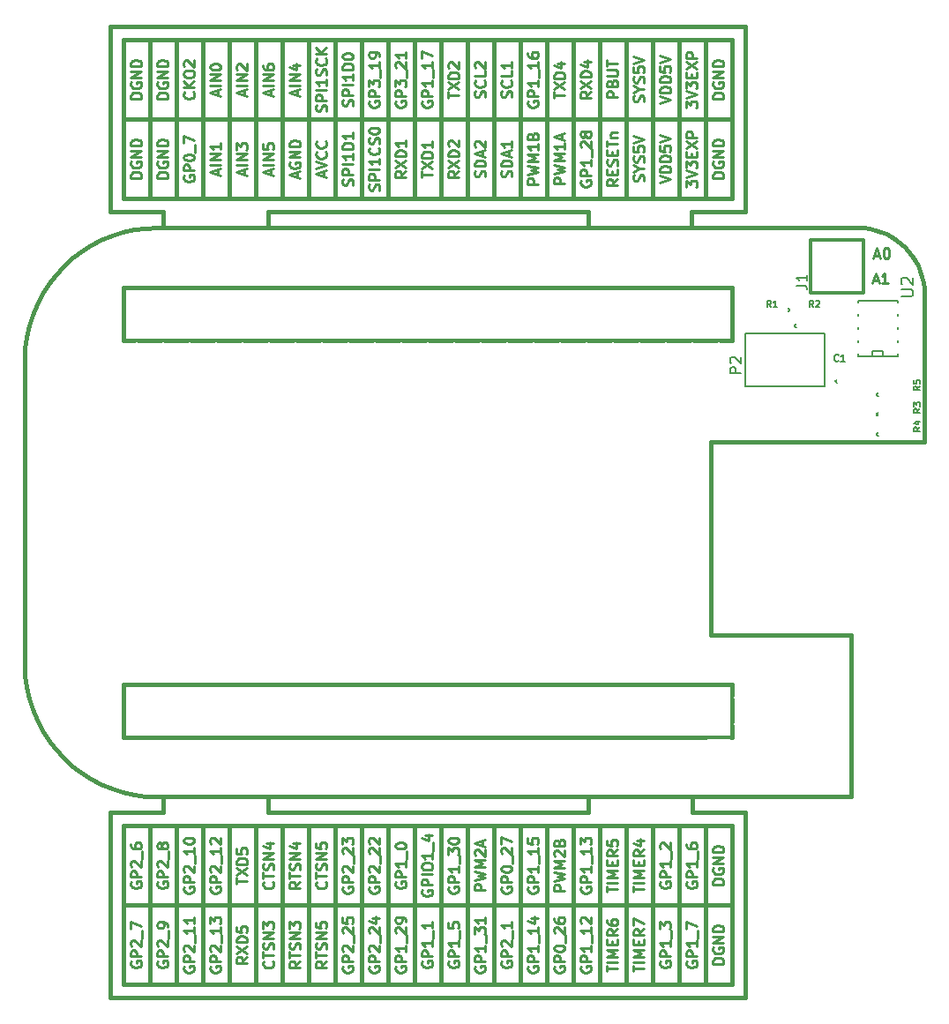
<source format=gto>
G04 (created by PCBNEW-RS274X (2011-09-21 BZR 3143)-testing) date Tue 27 Dec 2011 09:45:28 PM EST*
G01*
G70*
G90*
%MOIN*%
G04 Gerber Fmt 3.4, Leading zero omitted, Abs format*
%FSLAX34Y34*%
G04 APERTURE LIST*
%ADD10C,0.006000*%
%ADD11C,0.009900*%
%ADD12C,0.015000*%
%ADD13C,0.010000*%
%ADD14C,0.008000*%
%ADD15C,0.005000*%
%ADD16C,0.012000*%
%ADD17R,0.080000X0.080000*%
%ADD18C,0.080000*%
%ADD19C,0.085000*%
%ADD20R,0.065000X0.040000*%
%ADD21R,0.055000X0.075000*%
%ADD22C,0.200000*%
%ADD23R,0.085000X0.085000*%
%ADD24C,0.071200*%
G04 APERTURE END LIST*
G54D10*
G54D11*
X32069Y-01997D02*
X32257Y-01997D01*
X32032Y-02109D02*
X32163Y-01715D01*
X32294Y-02109D01*
X32632Y-02109D02*
X32407Y-02109D01*
X32520Y-02109D02*
X32520Y-01715D01*
X32482Y-01772D01*
X32445Y-01809D01*
X32407Y-01828D01*
X32114Y-01047D02*
X32305Y-01047D01*
X32076Y-01159D02*
X32209Y-00765D01*
X32343Y-01159D01*
X32552Y-00765D02*
X32591Y-00765D01*
X32629Y-00784D01*
X32648Y-00803D01*
X32667Y-00841D01*
X32686Y-00916D01*
X32686Y-01009D01*
X32667Y-01084D01*
X32648Y-01122D01*
X32629Y-01141D01*
X32591Y-01159D01*
X32552Y-01159D01*
X32514Y-01141D01*
X32495Y-01122D01*
X32476Y-01084D01*
X32457Y-01009D01*
X32457Y-00916D01*
X32476Y-00841D01*
X32495Y-00803D01*
X32514Y-00784D01*
X32552Y-00765D01*
G54D12*
X21300Y00600D02*
X21300Y00000D01*
X09200Y00600D02*
X21300Y00600D01*
X09200Y00000D02*
X09200Y00600D01*
X21300Y00000D02*
X09200Y00000D01*
X09200Y-21500D02*
X09250Y-21500D01*
X09200Y-22100D02*
X09200Y-21500D01*
X21300Y-22100D02*
X09200Y-22100D01*
X21300Y-21500D02*
X21300Y-22100D01*
X09200Y-21500D02*
X21300Y-21500D01*
X31250Y-15400D02*
X25950Y-15400D01*
X31250Y-21500D02*
X28500Y-21500D01*
X31250Y-21500D02*
X31250Y-15450D01*
X05250Y00000D02*
X04900Y00000D01*
X05250Y00600D02*
X05250Y00000D01*
X03250Y00600D02*
X05250Y00600D01*
X25200Y00000D02*
X27250Y00000D01*
X25200Y00600D02*
X25200Y00000D01*
X27200Y00600D02*
X25200Y00600D01*
X27250Y-21500D02*
X25250Y-21500D01*
X27250Y-22100D02*
X27250Y-22150D01*
X25250Y-22100D02*
X27250Y-22100D01*
X25250Y-22100D02*
X25250Y-21500D01*
X05250Y-22100D02*
X05250Y-22050D01*
X03250Y-22100D02*
X05250Y-22100D01*
X05000Y-21500D02*
X05250Y-21500D01*
X05250Y-22100D02*
X05250Y-21500D01*
X27250Y-21500D02*
X28500Y-21500D01*
X27250Y-29100D02*
X27250Y-22100D01*
X03250Y-29100D02*
X27250Y-29100D01*
X03250Y-22100D02*
X03250Y-29100D01*
X25750Y-28600D02*
X25750Y-22600D01*
X24750Y-28600D02*
X25750Y-28600D01*
X24750Y-22600D02*
X24750Y-28600D01*
X23750Y-22600D02*
X24750Y-22600D01*
X23750Y-28600D02*
X23750Y-22600D01*
X22750Y-28600D02*
X23750Y-28600D01*
X22750Y-22600D02*
X22750Y-28600D01*
X21750Y-22600D02*
X22750Y-22600D01*
X21750Y-28600D02*
X21750Y-22600D01*
X20750Y-28600D02*
X21750Y-28600D01*
X20750Y-22600D02*
X20750Y-28600D01*
X19750Y-22600D02*
X20750Y-22600D01*
X19750Y-28600D02*
X19750Y-22600D01*
X18750Y-28600D02*
X19750Y-28600D01*
X18750Y-22600D02*
X18750Y-28600D01*
X17750Y-22600D02*
X18750Y-22600D01*
X17750Y-28600D02*
X17750Y-22600D01*
X16750Y-28600D02*
X17750Y-28600D01*
X16750Y-22600D02*
X16750Y-28600D01*
X15750Y-22600D02*
X16750Y-22600D01*
X15750Y-28600D02*
X15750Y-22600D01*
X14750Y-28600D02*
X15750Y-28600D01*
X14750Y-22600D02*
X14750Y-28600D01*
X13750Y-22600D02*
X14750Y-22600D01*
X13750Y-28600D02*
X13750Y-22600D01*
X12750Y-28600D02*
X13750Y-28600D01*
X12750Y-22600D02*
X12750Y-28600D01*
X11750Y-22600D02*
X12750Y-22600D01*
X11750Y-28600D02*
X11750Y-22600D01*
X10750Y-28600D02*
X11750Y-28600D01*
X10750Y-22600D02*
X10750Y-28600D01*
X09750Y-22600D02*
X10750Y-22600D01*
X09750Y-28600D02*
X09750Y-22600D01*
X08750Y-28600D02*
X09750Y-28600D01*
X08750Y-22600D02*
X08750Y-28600D01*
X07750Y-22600D02*
X08750Y-22600D01*
X07750Y-28600D02*
X07750Y-22600D01*
X06750Y-28600D02*
X07750Y-28600D01*
X06750Y-22600D02*
X06750Y-28600D01*
X05750Y-22600D02*
X06750Y-22600D01*
X05750Y-28600D02*
X05750Y-22600D01*
X04750Y-28600D02*
X05750Y-28600D01*
X04750Y-22600D02*
X04750Y-28600D01*
X03750Y-25600D02*
X26750Y-25600D01*
X03750Y-28600D02*
X03750Y-22600D01*
X26750Y-28600D02*
X03750Y-28600D01*
X26750Y-26100D02*
X26750Y-28600D01*
X26750Y-22600D02*
X26750Y-26100D01*
X03750Y-22600D02*
X26750Y-22600D01*
G54D13*
X05031Y-27728D02*
X05012Y-27766D01*
X05012Y-27823D01*
X05031Y-27881D01*
X05069Y-27919D01*
X05107Y-27938D01*
X05183Y-27957D01*
X05240Y-27957D01*
X05317Y-27938D01*
X05355Y-27919D01*
X05393Y-27881D01*
X05412Y-27823D01*
X05412Y-27785D01*
X05393Y-27728D01*
X05374Y-27709D01*
X05240Y-27709D01*
X05240Y-27785D01*
X05412Y-27538D02*
X05012Y-27538D01*
X05012Y-27385D01*
X05031Y-27347D01*
X05050Y-27328D01*
X05088Y-27309D01*
X05145Y-27309D01*
X05183Y-27328D01*
X05202Y-27347D01*
X05221Y-27385D01*
X05221Y-27538D01*
X05050Y-27157D02*
X05031Y-27138D01*
X05012Y-27100D01*
X05012Y-27004D01*
X05031Y-26966D01*
X05050Y-26947D01*
X05088Y-26928D01*
X05126Y-26928D01*
X05183Y-26947D01*
X05412Y-27176D01*
X05412Y-26928D01*
X05450Y-26852D02*
X05450Y-26547D01*
X05412Y-26433D02*
X05412Y-26357D01*
X05393Y-26318D01*
X05374Y-26299D01*
X05317Y-26261D01*
X05240Y-26242D01*
X05088Y-26242D01*
X05050Y-26261D01*
X05031Y-26280D01*
X05012Y-26318D01*
X05012Y-26395D01*
X05031Y-26433D01*
X05050Y-26452D01*
X05088Y-26471D01*
X05183Y-26471D01*
X05221Y-26452D01*
X05240Y-26433D01*
X05260Y-26395D01*
X05260Y-26318D01*
X05240Y-26280D01*
X05221Y-26261D01*
X05183Y-26242D01*
X04031Y-27728D02*
X04012Y-27766D01*
X04012Y-27823D01*
X04031Y-27881D01*
X04069Y-27919D01*
X04107Y-27938D01*
X04183Y-27957D01*
X04240Y-27957D01*
X04317Y-27938D01*
X04355Y-27919D01*
X04393Y-27881D01*
X04412Y-27823D01*
X04412Y-27785D01*
X04393Y-27728D01*
X04374Y-27709D01*
X04240Y-27709D01*
X04240Y-27785D01*
X04412Y-27538D02*
X04012Y-27538D01*
X04012Y-27385D01*
X04031Y-27347D01*
X04050Y-27328D01*
X04088Y-27309D01*
X04145Y-27309D01*
X04183Y-27328D01*
X04202Y-27347D01*
X04221Y-27385D01*
X04221Y-27538D01*
X04050Y-27157D02*
X04031Y-27138D01*
X04012Y-27100D01*
X04012Y-27004D01*
X04031Y-26966D01*
X04050Y-26947D01*
X04088Y-26928D01*
X04126Y-26928D01*
X04183Y-26947D01*
X04412Y-27176D01*
X04412Y-26928D01*
X04450Y-26852D02*
X04450Y-26547D01*
X04012Y-26490D02*
X04012Y-26223D01*
X04412Y-26395D01*
X11412Y-27719D02*
X11221Y-27853D01*
X11412Y-27948D02*
X11012Y-27948D01*
X11012Y-27795D01*
X11031Y-27757D01*
X11050Y-27738D01*
X11088Y-27719D01*
X11145Y-27719D01*
X11183Y-27738D01*
X11202Y-27757D01*
X11221Y-27795D01*
X11221Y-27948D01*
X11012Y-27605D02*
X11012Y-27376D01*
X11412Y-27491D02*
X11012Y-27491D01*
X11393Y-27262D02*
X11412Y-27205D01*
X11412Y-27109D01*
X11393Y-27071D01*
X11374Y-27052D01*
X11336Y-27033D01*
X11298Y-27033D01*
X11260Y-27052D01*
X11240Y-27071D01*
X11221Y-27109D01*
X11202Y-27186D01*
X11183Y-27224D01*
X11164Y-27243D01*
X11126Y-27262D01*
X11088Y-27262D01*
X11050Y-27243D01*
X11031Y-27224D01*
X11012Y-27186D01*
X11012Y-27090D01*
X11031Y-27033D01*
X11412Y-26862D02*
X11012Y-26862D01*
X11412Y-26633D01*
X11012Y-26633D01*
X11012Y-26252D02*
X11012Y-26443D01*
X11202Y-26462D01*
X11183Y-26443D01*
X11164Y-26405D01*
X11164Y-26309D01*
X11183Y-26271D01*
X11202Y-26252D01*
X11240Y-26233D01*
X11336Y-26233D01*
X11374Y-26252D01*
X11393Y-26271D01*
X11412Y-26309D01*
X11412Y-26405D01*
X11393Y-26443D01*
X11374Y-26462D01*
X08412Y-27557D02*
X08221Y-27691D01*
X08412Y-27786D02*
X08012Y-27786D01*
X08012Y-27633D01*
X08031Y-27595D01*
X08050Y-27576D01*
X08088Y-27557D01*
X08145Y-27557D01*
X08183Y-27576D01*
X08202Y-27595D01*
X08221Y-27633D01*
X08221Y-27786D01*
X08012Y-27424D02*
X08412Y-27157D01*
X08012Y-27157D02*
X08412Y-27424D01*
X08412Y-27005D02*
X08012Y-27005D01*
X08012Y-26910D01*
X08031Y-26852D01*
X08069Y-26814D01*
X08107Y-26795D01*
X08183Y-26776D01*
X08240Y-26776D01*
X08317Y-26795D01*
X08355Y-26814D01*
X08393Y-26852D01*
X08412Y-26910D01*
X08412Y-27005D01*
X08012Y-26414D02*
X08012Y-26605D01*
X08202Y-26624D01*
X08183Y-26605D01*
X08164Y-26567D01*
X08164Y-26471D01*
X08183Y-26433D01*
X08202Y-26414D01*
X08240Y-26395D01*
X08336Y-26395D01*
X08374Y-26414D01*
X08393Y-26433D01*
X08412Y-26471D01*
X08412Y-26567D01*
X08393Y-26605D01*
X08374Y-26624D01*
X07031Y-27919D02*
X07012Y-27957D01*
X07012Y-28014D01*
X07031Y-28072D01*
X07069Y-28110D01*
X07107Y-28129D01*
X07183Y-28148D01*
X07240Y-28148D01*
X07317Y-28129D01*
X07355Y-28110D01*
X07393Y-28072D01*
X07412Y-28014D01*
X07412Y-27976D01*
X07393Y-27919D01*
X07374Y-27900D01*
X07240Y-27900D01*
X07240Y-27976D01*
X07412Y-27729D02*
X07012Y-27729D01*
X07012Y-27576D01*
X07031Y-27538D01*
X07050Y-27519D01*
X07088Y-27500D01*
X07145Y-27500D01*
X07183Y-27519D01*
X07202Y-27538D01*
X07221Y-27576D01*
X07221Y-27729D01*
X07050Y-27348D02*
X07031Y-27329D01*
X07012Y-27291D01*
X07012Y-27195D01*
X07031Y-27157D01*
X07050Y-27138D01*
X07088Y-27119D01*
X07126Y-27119D01*
X07183Y-27138D01*
X07412Y-27367D01*
X07412Y-27119D01*
X07450Y-27043D02*
X07450Y-26738D01*
X07412Y-26433D02*
X07412Y-26662D01*
X07412Y-26548D02*
X07012Y-26548D01*
X07069Y-26586D01*
X07107Y-26624D01*
X07126Y-26662D01*
X07012Y-26300D02*
X07012Y-26052D01*
X07164Y-26186D01*
X07164Y-26128D01*
X07183Y-26090D01*
X07202Y-26071D01*
X07240Y-26052D01*
X07336Y-26052D01*
X07374Y-26071D01*
X07393Y-26090D01*
X07412Y-26128D01*
X07412Y-26243D01*
X07393Y-26281D01*
X07374Y-26300D01*
X10412Y-27719D02*
X10221Y-27853D01*
X10412Y-27948D02*
X10012Y-27948D01*
X10012Y-27795D01*
X10031Y-27757D01*
X10050Y-27738D01*
X10088Y-27719D01*
X10145Y-27719D01*
X10183Y-27738D01*
X10202Y-27757D01*
X10221Y-27795D01*
X10221Y-27948D01*
X10012Y-27605D02*
X10012Y-27376D01*
X10412Y-27491D02*
X10012Y-27491D01*
X10393Y-27262D02*
X10412Y-27205D01*
X10412Y-27109D01*
X10393Y-27071D01*
X10374Y-27052D01*
X10336Y-27033D01*
X10298Y-27033D01*
X10260Y-27052D01*
X10240Y-27071D01*
X10221Y-27109D01*
X10202Y-27186D01*
X10183Y-27224D01*
X10164Y-27243D01*
X10126Y-27262D01*
X10088Y-27262D01*
X10050Y-27243D01*
X10031Y-27224D01*
X10012Y-27186D01*
X10012Y-27090D01*
X10031Y-27033D01*
X10412Y-26862D02*
X10012Y-26862D01*
X10412Y-26633D01*
X10012Y-26633D01*
X10012Y-26481D02*
X10012Y-26233D01*
X10164Y-26367D01*
X10164Y-26309D01*
X10183Y-26271D01*
X10202Y-26252D01*
X10240Y-26233D01*
X10336Y-26233D01*
X10374Y-26252D01*
X10393Y-26271D01*
X10412Y-26309D01*
X10412Y-26424D01*
X10393Y-26462D01*
X10374Y-26481D01*
X09374Y-27719D02*
X09393Y-27738D01*
X09412Y-27795D01*
X09412Y-27833D01*
X09393Y-27891D01*
X09355Y-27929D01*
X09317Y-27948D01*
X09240Y-27967D01*
X09183Y-27967D01*
X09107Y-27948D01*
X09069Y-27929D01*
X09031Y-27891D01*
X09012Y-27833D01*
X09012Y-27795D01*
X09031Y-27738D01*
X09050Y-27719D01*
X09012Y-27605D02*
X09012Y-27376D01*
X09412Y-27491D02*
X09012Y-27491D01*
X09393Y-27262D02*
X09412Y-27205D01*
X09412Y-27109D01*
X09393Y-27071D01*
X09374Y-27052D01*
X09336Y-27033D01*
X09298Y-27033D01*
X09260Y-27052D01*
X09240Y-27071D01*
X09221Y-27109D01*
X09202Y-27186D01*
X09183Y-27224D01*
X09164Y-27243D01*
X09126Y-27262D01*
X09088Y-27262D01*
X09050Y-27243D01*
X09031Y-27224D01*
X09012Y-27186D01*
X09012Y-27090D01*
X09031Y-27033D01*
X09412Y-26862D02*
X09012Y-26862D01*
X09412Y-26633D01*
X09012Y-26633D01*
X09012Y-26481D02*
X09012Y-26233D01*
X09164Y-26367D01*
X09164Y-26309D01*
X09183Y-26271D01*
X09202Y-26252D01*
X09240Y-26233D01*
X09336Y-26233D01*
X09374Y-26252D01*
X09393Y-26271D01*
X09412Y-26309D01*
X09412Y-26424D01*
X09393Y-26462D01*
X09374Y-26481D01*
X06031Y-27919D02*
X06012Y-27957D01*
X06012Y-28014D01*
X06031Y-28072D01*
X06069Y-28110D01*
X06107Y-28129D01*
X06183Y-28148D01*
X06240Y-28148D01*
X06317Y-28129D01*
X06355Y-28110D01*
X06393Y-28072D01*
X06412Y-28014D01*
X06412Y-27976D01*
X06393Y-27919D01*
X06374Y-27900D01*
X06240Y-27900D01*
X06240Y-27976D01*
X06412Y-27729D02*
X06012Y-27729D01*
X06012Y-27576D01*
X06031Y-27538D01*
X06050Y-27519D01*
X06088Y-27500D01*
X06145Y-27500D01*
X06183Y-27519D01*
X06202Y-27538D01*
X06221Y-27576D01*
X06221Y-27729D01*
X06050Y-27348D02*
X06031Y-27329D01*
X06012Y-27291D01*
X06012Y-27195D01*
X06031Y-27157D01*
X06050Y-27138D01*
X06088Y-27119D01*
X06126Y-27119D01*
X06183Y-27138D01*
X06412Y-27367D01*
X06412Y-27119D01*
X06450Y-27043D02*
X06450Y-26738D01*
X06412Y-26433D02*
X06412Y-26662D01*
X06412Y-26548D02*
X06012Y-26548D01*
X06069Y-26586D01*
X06107Y-26624D01*
X06126Y-26662D01*
X06412Y-26052D02*
X06412Y-26281D01*
X06412Y-26167D02*
X06012Y-26167D01*
X06069Y-26205D01*
X06107Y-26243D01*
X06126Y-26281D01*
X13031Y-27919D02*
X13012Y-27957D01*
X13012Y-28014D01*
X13031Y-28072D01*
X13069Y-28110D01*
X13107Y-28129D01*
X13183Y-28148D01*
X13240Y-28148D01*
X13317Y-28129D01*
X13355Y-28110D01*
X13393Y-28072D01*
X13412Y-28014D01*
X13412Y-27976D01*
X13393Y-27919D01*
X13374Y-27900D01*
X13240Y-27900D01*
X13240Y-27976D01*
X13412Y-27729D02*
X13012Y-27729D01*
X13012Y-27576D01*
X13031Y-27538D01*
X13050Y-27519D01*
X13088Y-27500D01*
X13145Y-27500D01*
X13183Y-27519D01*
X13202Y-27538D01*
X13221Y-27576D01*
X13221Y-27729D01*
X13050Y-27348D02*
X13031Y-27329D01*
X13012Y-27291D01*
X13012Y-27195D01*
X13031Y-27157D01*
X13050Y-27138D01*
X13088Y-27119D01*
X13126Y-27119D01*
X13183Y-27138D01*
X13412Y-27367D01*
X13412Y-27119D01*
X13450Y-27043D02*
X13450Y-26738D01*
X13050Y-26662D02*
X13031Y-26643D01*
X13012Y-26605D01*
X13012Y-26509D01*
X13031Y-26471D01*
X13050Y-26452D01*
X13088Y-26433D01*
X13126Y-26433D01*
X13183Y-26452D01*
X13412Y-26681D01*
X13412Y-26433D01*
X13145Y-26090D02*
X13412Y-26090D01*
X12993Y-26186D02*
X13279Y-26281D01*
X13279Y-26033D01*
X16031Y-27728D02*
X16012Y-27766D01*
X16012Y-27823D01*
X16031Y-27881D01*
X16069Y-27919D01*
X16107Y-27938D01*
X16183Y-27957D01*
X16240Y-27957D01*
X16317Y-27938D01*
X16355Y-27919D01*
X16393Y-27881D01*
X16412Y-27823D01*
X16412Y-27785D01*
X16393Y-27728D01*
X16374Y-27709D01*
X16240Y-27709D01*
X16240Y-27785D01*
X16412Y-27538D02*
X16012Y-27538D01*
X16012Y-27385D01*
X16031Y-27347D01*
X16050Y-27328D01*
X16088Y-27309D01*
X16145Y-27309D01*
X16183Y-27328D01*
X16202Y-27347D01*
X16221Y-27385D01*
X16221Y-27538D01*
X16412Y-26928D02*
X16412Y-27157D01*
X16412Y-27043D02*
X16012Y-27043D01*
X16069Y-27081D01*
X16107Y-27119D01*
X16126Y-27157D01*
X16450Y-26852D02*
X16450Y-26547D01*
X16012Y-26261D02*
X16012Y-26452D01*
X16202Y-26471D01*
X16183Y-26452D01*
X16164Y-26414D01*
X16164Y-26318D01*
X16183Y-26280D01*
X16202Y-26261D01*
X16240Y-26242D01*
X16336Y-26242D01*
X16374Y-26261D01*
X16393Y-26280D01*
X16412Y-26318D01*
X16412Y-26414D01*
X16393Y-26452D01*
X16374Y-26471D01*
X17031Y-27919D02*
X17012Y-27957D01*
X17012Y-28014D01*
X17031Y-28072D01*
X17069Y-28110D01*
X17107Y-28129D01*
X17183Y-28148D01*
X17240Y-28148D01*
X17317Y-28129D01*
X17355Y-28110D01*
X17393Y-28072D01*
X17412Y-28014D01*
X17412Y-27976D01*
X17393Y-27919D01*
X17374Y-27900D01*
X17240Y-27900D01*
X17240Y-27976D01*
X17412Y-27729D02*
X17012Y-27729D01*
X17012Y-27576D01*
X17031Y-27538D01*
X17050Y-27519D01*
X17088Y-27500D01*
X17145Y-27500D01*
X17183Y-27519D01*
X17202Y-27538D01*
X17221Y-27576D01*
X17221Y-27729D01*
X17412Y-27119D02*
X17412Y-27348D01*
X17412Y-27234D02*
X17012Y-27234D01*
X17069Y-27272D01*
X17107Y-27310D01*
X17126Y-27348D01*
X17450Y-27043D02*
X17450Y-26738D01*
X17012Y-26681D02*
X17012Y-26433D01*
X17164Y-26567D01*
X17164Y-26509D01*
X17183Y-26471D01*
X17202Y-26452D01*
X17240Y-26433D01*
X17336Y-26433D01*
X17374Y-26452D01*
X17393Y-26471D01*
X17412Y-26509D01*
X17412Y-26624D01*
X17393Y-26662D01*
X17374Y-26681D01*
X17412Y-26052D02*
X17412Y-26281D01*
X17412Y-26167D02*
X17012Y-26167D01*
X17069Y-26205D01*
X17107Y-26243D01*
X17126Y-26281D01*
X14031Y-27919D02*
X14012Y-27957D01*
X14012Y-28014D01*
X14031Y-28072D01*
X14069Y-28110D01*
X14107Y-28129D01*
X14183Y-28148D01*
X14240Y-28148D01*
X14317Y-28129D01*
X14355Y-28110D01*
X14393Y-28072D01*
X14412Y-28014D01*
X14412Y-27976D01*
X14393Y-27919D01*
X14374Y-27900D01*
X14240Y-27900D01*
X14240Y-27976D01*
X14412Y-27729D02*
X14012Y-27729D01*
X14012Y-27576D01*
X14031Y-27538D01*
X14050Y-27519D01*
X14088Y-27500D01*
X14145Y-27500D01*
X14183Y-27519D01*
X14202Y-27538D01*
X14221Y-27576D01*
X14221Y-27729D01*
X14412Y-27119D02*
X14412Y-27348D01*
X14412Y-27234D02*
X14012Y-27234D01*
X14069Y-27272D01*
X14107Y-27310D01*
X14126Y-27348D01*
X14450Y-27043D02*
X14450Y-26738D01*
X14050Y-26662D02*
X14031Y-26643D01*
X14012Y-26605D01*
X14012Y-26509D01*
X14031Y-26471D01*
X14050Y-26452D01*
X14088Y-26433D01*
X14126Y-26433D01*
X14183Y-26452D01*
X14412Y-26681D01*
X14412Y-26433D01*
X14412Y-26243D02*
X14412Y-26167D01*
X14393Y-26128D01*
X14374Y-26109D01*
X14317Y-26071D01*
X14240Y-26052D01*
X14088Y-26052D01*
X14050Y-26071D01*
X14031Y-26090D01*
X14012Y-26128D01*
X14012Y-26205D01*
X14031Y-26243D01*
X14050Y-26262D01*
X14088Y-26281D01*
X14183Y-26281D01*
X14221Y-26262D01*
X14240Y-26243D01*
X14260Y-26205D01*
X14260Y-26128D01*
X14240Y-26090D01*
X14221Y-26071D01*
X14183Y-26052D01*
X15031Y-27728D02*
X15012Y-27766D01*
X15012Y-27823D01*
X15031Y-27881D01*
X15069Y-27919D01*
X15107Y-27938D01*
X15183Y-27957D01*
X15240Y-27957D01*
X15317Y-27938D01*
X15355Y-27919D01*
X15393Y-27881D01*
X15412Y-27823D01*
X15412Y-27785D01*
X15393Y-27728D01*
X15374Y-27709D01*
X15240Y-27709D01*
X15240Y-27785D01*
X15412Y-27538D02*
X15012Y-27538D01*
X15012Y-27385D01*
X15031Y-27347D01*
X15050Y-27328D01*
X15088Y-27309D01*
X15145Y-27309D01*
X15183Y-27328D01*
X15202Y-27347D01*
X15221Y-27385D01*
X15221Y-27538D01*
X15412Y-26928D02*
X15412Y-27157D01*
X15412Y-27043D02*
X15012Y-27043D01*
X15069Y-27081D01*
X15107Y-27119D01*
X15126Y-27157D01*
X15450Y-26852D02*
X15450Y-26547D01*
X15412Y-26242D02*
X15412Y-26471D01*
X15412Y-26357D02*
X15012Y-26357D01*
X15069Y-26395D01*
X15107Y-26433D01*
X15126Y-26471D01*
X18031Y-27728D02*
X18012Y-27766D01*
X18012Y-27823D01*
X18031Y-27881D01*
X18069Y-27919D01*
X18107Y-27938D01*
X18183Y-27957D01*
X18240Y-27957D01*
X18317Y-27938D01*
X18355Y-27919D01*
X18393Y-27881D01*
X18412Y-27823D01*
X18412Y-27785D01*
X18393Y-27728D01*
X18374Y-27709D01*
X18240Y-27709D01*
X18240Y-27785D01*
X18412Y-27538D02*
X18012Y-27538D01*
X18012Y-27385D01*
X18031Y-27347D01*
X18050Y-27328D01*
X18088Y-27309D01*
X18145Y-27309D01*
X18183Y-27328D01*
X18202Y-27347D01*
X18221Y-27385D01*
X18221Y-27538D01*
X18050Y-27157D02*
X18031Y-27138D01*
X18012Y-27100D01*
X18012Y-27004D01*
X18031Y-26966D01*
X18050Y-26947D01*
X18088Y-26928D01*
X18126Y-26928D01*
X18183Y-26947D01*
X18412Y-27176D01*
X18412Y-26928D01*
X18450Y-26852D02*
X18450Y-26547D01*
X18412Y-26242D02*
X18412Y-26471D01*
X18412Y-26357D02*
X18012Y-26357D01*
X18069Y-26395D01*
X18107Y-26433D01*
X18126Y-26471D01*
X12031Y-27919D02*
X12012Y-27957D01*
X12012Y-28014D01*
X12031Y-28072D01*
X12069Y-28110D01*
X12107Y-28129D01*
X12183Y-28148D01*
X12240Y-28148D01*
X12317Y-28129D01*
X12355Y-28110D01*
X12393Y-28072D01*
X12412Y-28014D01*
X12412Y-27976D01*
X12393Y-27919D01*
X12374Y-27900D01*
X12240Y-27900D01*
X12240Y-27976D01*
X12412Y-27729D02*
X12012Y-27729D01*
X12012Y-27576D01*
X12031Y-27538D01*
X12050Y-27519D01*
X12088Y-27500D01*
X12145Y-27500D01*
X12183Y-27519D01*
X12202Y-27538D01*
X12221Y-27576D01*
X12221Y-27729D01*
X12050Y-27348D02*
X12031Y-27329D01*
X12012Y-27291D01*
X12012Y-27195D01*
X12031Y-27157D01*
X12050Y-27138D01*
X12088Y-27119D01*
X12126Y-27119D01*
X12183Y-27138D01*
X12412Y-27367D01*
X12412Y-27119D01*
X12450Y-27043D02*
X12450Y-26738D01*
X12050Y-26662D02*
X12031Y-26643D01*
X12012Y-26605D01*
X12012Y-26509D01*
X12031Y-26471D01*
X12050Y-26452D01*
X12088Y-26433D01*
X12126Y-26433D01*
X12183Y-26452D01*
X12412Y-26681D01*
X12412Y-26433D01*
X12012Y-26071D02*
X12012Y-26262D01*
X12202Y-26281D01*
X12183Y-26262D01*
X12164Y-26224D01*
X12164Y-26128D01*
X12183Y-26090D01*
X12202Y-26071D01*
X12240Y-26052D01*
X12336Y-26052D01*
X12374Y-26071D01*
X12393Y-26090D01*
X12412Y-26128D01*
X12412Y-26224D01*
X12393Y-26262D01*
X12374Y-26281D01*
X19031Y-27919D02*
X19012Y-27957D01*
X19012Y-28014D01*
X19031Y-28072D01*
X19069Y-28110D01*
X19107Y-28129D01*
X19183Y-28148D01*
X19240Y-28148D01*
X19317Y-28129D01*
X19355Y-28110D01*
X19393Y-28072D01*
X19412Y-28014D01*
X19412Y-27976D01*
X19393Y-27919D01*
X19374Y-27900D01*
X19240Y-27900D01*
X19240Y-27976D01*
X19412Y-27729D02*
X19012Y-27729D01*
X19012Y-27576D01*
X19031Y-27538D01*
X19050Y-27519D01*
X19088Y-27500D01*
X19145Y-27500D01*
X19183Y-27519D01*
X19202Y-27538D01*
X19221Y-27576D01*
X19221Y-27729D01*
X19412Y-27119D02*
X19412Y-27348D01*
X19412Y-27234D02*
X19012Y-27234D01*
X19069Y-27272D01*
X19107Y-27310D01*
X19126Y-27348D01*
X19450Y-27043D02*
X19450Y-26738D01*
X19412Y-26433D02*
X19412Y-26662D01*
X19412Y-26548D02*
X19012Y-26548D01*
X19069Y-26586D01*
X19107Y-26624D01*
X19126Y-26662D01*
X19145Y-26090D02*
X19412Y-26090D01*
X18993Y-26186D02*
X19279Y-26281D01*
X19279Y-26033D01*
X26412Y-27814D02*
X26012Y-27814D01*
X26012Y-27719D01*
X26031Y-27661D01*
X26069Y-27623D01*
X26107Y-27604D01*
X26183Y-27585D01*
X26240Y-27585D01*
X26317Y-27604D01*
X26355Y-27623D01*
X26393Y-27661D01*
X26412Y-27719D01*
X26412Y-27814D01*
X26031Y-27204D02*
X26012Y-27242D01*
X26012Y-27299D01*
X26031Y-27357D01*
X26069Y-27395D01*
X26107Y-27414D01*
X26183Y-27433D01*
X26240Y-27433D01*
X26317Y-27414D01*
X26355Y-27395D01*
X26393Y-27357D01*
X26412Y-27299D01*
X26412Y-27261D01*
X26393Y-27204D01*
X26374Y-27185D01*
X26240Y-27185D01*
X26240Y-27261D01*
X26412Y-27014D02*
X26012Y-27014D01*
X26412Y-26785D01*
X26012Y-26785D01*
X26412Y-26595D02*
X26012Y-26595D01*
X26012Y-26500D01*
X26031Y-26442D01*
X26069Y-26404D01*
X26107Y-26385D01*
X26183Y-26366D01*
X26240Y-26366D01*
X26317Y-26385D01*
X26355Y-26404D01*
X26393Y-26442D01*
X26412Y-26500D01*
X26412Y-26595D01*
X25031Y-27728D02*
X25012Y-27766D01*
X25012Y-27823D01*
X25031Y-27881D01*
X25069Y-27919D01*
X25107Y-27938D01*
X25183Y-27957D01*
X25240Y-27957D01*
X25317Y-27938D01*
X25355Y-27919D01*
X25393Y-27881D01*
X25412Y-27823D01*
X25412Y-27785D01*
X25393Y-27728D01*
X25374Y-27709D01*
X25240Y-27709D01*
X25240Y-27785D01*
X25412Y-27538D02*
X25012Y-27538D01*
X25012Y-27385D01*
X25031Y-27347D01*
X25050Y-27328D01*
X25088Y-27309D01*
X25145Y-27309D01*
X25183Y-27328D01*
X25202Y-27347D01*
X25221Y-27385D01*
X25221Y-27538D01*
X25412Y-26928D02*
X25412Y-27157D01*
X25412Y-27043D02*
X25012Y-27043D01*
X25069Y-27081D01*
X25107Y-27119D01*
X25126Y-27157D01*
X25450Y-26852D02*
X25450Y-26547D01*
X25012Y-26490D02*
X25012Y-26223D01*
X25412Y-26395D01*
X22012Y-28109D02*
X22012Y-27880D01*
X22412Y-27995D02*
X22012Y-27995D01*
X22412Y-27747D02*
X22012Y-27747D01*
X22412Y-27557D02*
X22012Y-27557D01*
X22298Y-27423D01*
X22012Y-27290D01*
X22412Y-27290D01*
X22202Y-27100D02*
X22202Y-26966D01*
X22412Y-26909D02*
X22412Y-27100D01*
X22012Y-27100D01*
X22012Y-26909D01*
X22412Y-26509D02*
X22221Y-26643D01*
X22412Y-26738D02*
X22012Y-26738D01*
X22012Y-26585D01*
X22031Y-26547D01*
X22050Y-26528D01*
X22088Y-26509D01*
X22145Y-26509D01*
X22183Y-26528D01*
X22202Y-26547D01*
X22221Y-26585D01*
X22221Y-26738D01*
X22012Y-26166D02*
X22012Y-26243D01*
X22031Y-26281D01*
X22050Y-26300D01*
X22107Y-26338D01*
X22183Y-26357D01*
X22336Y-26357D01*
X22374Y-26338D01*
X22393Y-26319D01*
X22412Y-26281D01*
X22412Y-26204D01*
X22393Y-26166D01*
X22374Y-26147D01*
X22336Y-26128D01*
X22240Y-26128D01*
X22202Y-26147D01*
X22183Y-26166D01*
X22164Y-26204D01*
X22164Y-26281D01*
X22183Y-26319D01*
X22202Y-26338D01*
X22240Y-26357D01*
X21031Y-27919D02*
X21012Y-27957D01*
X21012Y-28014D01*
X21031Y-28072D01*
X21069Y-28110D01*
X21107Y-28129D01*
X21183Y-28148D01*
X21240Y-28148D01*
X21317Y-28129D01*
X21355Y-28110D01*
X21393Y-28072D01*
X21412Y-28014D01*
X21412Y-27976D01*
X21393Y-27919D01*
X21374Y-27900D01*
X21240Y-27900D01*
X21240Y-27976D01*
X21412Y-27729D02*
X21012Y-27729D01*
X21012Y-27576D01*
X21031Y-27538D01*
X21050Y-27519D01*
X21088Y-27500D01*
X21145Y-27500D01*
X21183Y-27519D01*
X21202Y-27538D01*
X21221Y-27576D01*
X21221Y-27729D01*
X21412Y-27119D02*
X21412Y-27348D01*
X21412Y-27234D02*
X21012Y-27234D01*
X21069Y-27272D01*
X21107Y-27310D01*
X21126Y-27348D01*
X21450Y-27043D02*
X21450Y-26738D01*
X21412Y-26433D02*
X21412Y-26662D01*
X21412Y-26548D02*
X21012Y-26548D01*
X21069Y-26586D01*
X21107Y-26624D01*
X21126Y-26662D01*
X21050Y-26281D02*
X21031Y-26262D01*
X21012Y-26224D01*
X21012Y-26128D01*
X21031Y-26090D01*
X21050Y-26071D01*
X21088Y-26052D01*
X21126Y-26052D01*
X21183Y-26071D01*
X21412Y-26300D01*
X21412Y-26052D01*
X24031Y-27728D02*
X24012Y-27766D01*
X24012Y-27823D01*
X24031Y-27881D01*
X24069Y-27919D01*
X24107Y-27938D01*
X24183Y-27957D01*
X24240Y-27957D01*
X24317Y-27938D01*
X24355Y-27919D01*
X24393Y-27881D01*
X24412Y-27823D01*
X24412Y-27785D01*
X24393Y-27728D01*
X24374Y-27709D01*
X24240Y-27709D01*
X24240Y-27785D01*
X24412Y-27538D02*
X24012Y-27538D01*
X24012Y-27385D01*
X24031Y-27347D01*
X24050Y-27328D01*
X24088Y-27309D01*
X24145Y-27309D01*
X24183Y-27328D01*
X24202Y-27347D01*
X24221Y-27385D01*
X24221Y-27538D01*
X24412Y-26928D02*
X24412Y-27157D01*
X24412Y-27043D02*
X24012Y-27043D01*
X24069Y-27081D01*
X24107Y-27119D01*
X24126Y-27157D01*
X24450Y-26852D02*
X24450Y-26547D01*
X24012Y-26490D02*
X24012Y-26242D01*
X24164Y-26376D01*
X24164Y-26318D01*
X24183Y-26280D01*
X24202Y-26261D01*
X24240Y-26242D01*
X24336Y-26242D01*
X24374Y-26261D01*
X24393Y-26280D01*
X24412Y-26318D01*
X24412Y-26433D01*
X24393Y-26471D01*
X24374Y-26490D01*
X23012Y-28109D02*
X23012Y-27880D01*
X23412Y-27995D02*
X23012Y-27995D01*
X23412Y-27747D02*
X23012Y-27747D01*
X23412Y-27557D02*
X23012Y-27557D01*
X23298Y-27423D01*
X23012Y-27290D01*
X23412Y-27290D01*
X23202Y-27100D02*
X23202Y-26966D01*
X23412Y-26909D02*
X23412Y-27100D01*
X23012Y-27100D01*
X23012Y-26909D01*
X23412Y-26509D02*
X23221Y-26643D01*
X23412Y-26738D02*
X23012Y-26738D01*
X23012Y-26585D01*
X23031Y-26547D01*
X23050Y-26528D01*
X23088Y-26509D01*
X23145Y-26509D01*
X23183Y-26528D01*
X23202Y-26547D01*
X23221Y-26585D01*
X23221Y-26738D01*
X23012Y-26376D02*
X23012Y-26109D01*
X23412Y-26281D01*
X20031Y-27919D02*
X20012Y-27957D01*
X20012Y-28014D01*
X20031Y-28072D01*
X20069Y-28110D01*
X20107Y-28129D01*
X20183Y-28148D01*
X20240Y-28148D01*
X20317Y-28129D01*
X20355Y-28110D01*
X20393Y-28072D01*
X20412Y-28014D01*
X20412Y-27976D01*
X20393Y-27919D01*
X20374Y-27900D01*
X20240Y-27900D01*
X20240Y-27976D01*
X20412Y-27729D02*
X20012Y-27729D01*
X20012Y-27576D01*
X20031Y-27538D01*
X20050Y-27519D01*
X20088Y-27500D01*
X20145Y-27500D01*
X20183Y-27519D01*
X20202Y-27538D01*
X20221Y-27576D01*
X20221Y-27729D01*
X20012Y-27253D02*
X20012Y-27214D01*
X20031Y-27176D01*
X20050Y-27157D01*
X20088Y-27138D01*
X20164Y-27119D01*
X20260Y-27119D01*
X20336Y-27138D01*
X20374Y-27157D01*
X20393Y-27176D01*
X20412Y-27214D01*
X20412Y-27253D01*
X20393Y-27291D01*
X20374Y-27310D01*
X20336Y-27329D01*
X20260Y-27348D01*
X20164Y-27348D01*
X20088Y-27329D01*
X20050Y-27310D01*
X20031Y-27291D01*
X20012Y-27253D01*
X20450Y-27043D02*
X20450Y-26738D01*
X20050Y-26662D02*
X20031Y-26643D01*
X20012Y-26605D01*
X20012Y-26509D01*
X20031Y-26471D01*
X20050Y-26452D01*
X20088Y-26433D01*
X20126Y-26433D01*
X20183Y-26452D01*
X20412Y-26681D01*
X20412Y-26433D01*
X20012Y-26090D02*
X20012Y-26167D01*
X20031Y-26205D01*
X20050Y-26224D01*
X20107Y-26262D01*
X20183Y-26281D01*
X20336Y-26281D01*
X20374Y-26262D01*
X20393Y-26243D01*
X20412Y-26205D01*
X20412Y-26128D01*
X20393Y-26090D01*
X20374Y-26071D01*
X20336Y-26052D01*
X20240Y-26052D01*
X20202Y-26071D01*
X20183Y-26090D01*
X20164Y-26128D01*
X20164Y-26205D01*
X20183Y-26243D01*
X20202Y-26262D01*
X20240Y-26281D01*
X21031Y-24919D02*
X21012Y-24957D01*
X21012Y-25014D01*
X21031Y-25072D01*
X21069Y-25110D01*
X21107Y-25129D01*
X21183Y-25148D01*
X21240Y-25148D01*
X21317Y-25129D01*
X21355Y-25110D01*
X21393Y-25072D01*
X21412Y-25014D01*
X21412Y-24976D01*
X21393Y-24919D01*
X21374Y-24900D01*
X21240Y-24900D01*
X21240Y-24976D01*
X21412Y-24729D02*
X21012Y-24729D01*
X21012Y-24576D01*
X21031Y-24538D01*
X21050Y-24519D01*
X21088Y-24500D01*
X21145Y-24500D01*
X21183Y-24519D01*
X21202Y-24538D01*
X21221Y-24576D01*
X21221Y-24729D01*
X21412Y-24119D02*
X21412Y-24348D01*
X21412Y-24234D02*
X21012Y-24234D01*
X21069Y-24272D01*
X21107Y-24310D01*
X21126Y-24348D01*
X21450Y-24043D02*
X21450Y-23738D01*
X21412Y-23433D02*
X21412Y-23662D01*
X21412Y-23548D02*
X21012Y-23548D01*
X21069Y-23586D01*
X21107Y-23624D01*
X21126Y-23662D01*
X21012Y-23300D02*
X21012Y-23052D01*
X21164Y-23186D01*
X21164Y-23128D01*
X21183Y-23090D01*
X21202Y-23071D01*
X21240Y-23052D01*
X21336Y-23052D01*
X21374Y-23071D01*
X21393Y-23090D01*
X21412Y-23128D01*
X21412Y-23243D01*
X21393Y-23281D01*
X21374Y-23300D01*
X24031Y-24728D02*
X24012Y-24766D01*
X24012Y-24823D01*
X24031Y-24881D01*
X24069Y-24919D01*
X24107Y-24938D01*
X24183Y-24957D01*
X24240Y-24957D01*
X24317Y-24938D01*
X24355Y-24919D01*
X24393Y-24881D01*
X24412Y-24823D01*
X24412Y-24785D01*
X24393Y-24728D01*
X24374Y-24709D01*
X24240Y-24709D01*
X24240Y-24785D01*
X24412Y-24538D02*
X24012Y-24538D01*
X24012Y-24385D01*
X24031Y-24347D01*
X24050Y-24328D01*
X24088Y-24309D01*
X24145Y-24309D01*
X24183Y-24328D01*
X24202Y-24347D01*
X24221Y-24385D01*
X24221Y-24538D01*
X24412Y-23928D02*
X24412Y-24157D01*
X24412Y-24043D02*
X24012Y-24043D01*
X24069Y-24081D01*
X24107Y-24119D01*
X24126Y-24157D01*
X24450Y-23852D02*
X24450Y-23547D01*
X24050Y-23471D02*
X24031Y-23452D01*
X24012Y-23414D01*
X24012Y-23318D01*
X24031Y-23280D01*
X24050Y-23261D01*
X24088Y-23242D01*
X24126Y-23242D01*
X24183Y-23261D01*
X24412Y-23490D01*
X24412Y-23242D01*
X25031Y-24728D02*
X25012Y-24766D01*
X25012Y-24823D01*
X25031Y-24881D01*
X25069Y-24919D01*
X25107Y-24938D01*
X25183Y-24957D01*
X25240Y-24957D01*
X25317Y-24938D01*
X25355Y-24919D01*
X25393Y-24881D01*
X25412Y-24823D01*
X25412Y-24785D01*
X25393Y-24728D01*
X25374Y-24709D01*
X25240Y-24709D01*
X25240Y-24785D01*
X25412Y-24538D02*
X25012Y-24538D01*
X25012Y-24385D01*
X25031Y-24347D01*
X25050Y-24328D01*
X25088Y-24309D01*
X25145Y-24309D01*
X25183Y-24328D01*
X25202Y-24347D01*
X25221Y-24385D01*
X25221Y-24538D01*
X25412Y-23928D02*
X25412Y-24157D01*
X25412Y-24043D02*
X25012Y-24043D01*
X25069Y-24081D01*
X25107Y-24119D01*
X25126Y-24157D01*
X25450Y-23852D02*
X25450Y-23547D01*
X25012Y-23280D02*
X25012Y-23357D01*
X25031Y-23395D01*
X25050Y-23414D01*
X25107Y-23452D01*
X25183Y-23471D01*
X25336Y-23471D01*
X25374Y-23452D01*
X25393Y-23433D01*
X25412Y-23395D01*
X25412Y-23318D01*
X25393Y-23280D01*
X25374Y-23261D01*
X25336Y-23242D01*
X25240Y-23242D01*
X25202Y-23261D01*
X25183Y-23280D01*
X25164Y-23318D01*
X25164Y-23395D01*
X25183Y-23433D01*
X25202Y-23452D01*
X25240Y-23471D01*
X22012Y-25109D02*
X22012Y-24880D01*
X22412Y-24995D02*
X22012Y-24995D01*
X22412Y-24747D02*
X22012Y-24747D01*
X22412Y-24557D02*
X22012Y-24557D01*
X22298Y-24423D01*
X22012Y-24290D01*
X22412Y-24290D01*
X22202Y-24100D02*
X22202Y-23966D01*
X22412Y-23909D02*
X22412Y-24100D01*
X22012Y-24100D01*
X22012Y-23909D01*
X22412Y-23509D02*
X22221Y-23643D01*
X22412Y-23738D02*
X22012Y-23738D01*
X22012Y-23585D01*
X22031Y-23547D01*
X22050Y-23528D01*
X22088Y-23509D01*
X22145Y-23509D01*
X22183Y-23528D01*
X22202Y-23547D01*
X22221Y-23585D01*
X22221Y-23738D01*
X22012Y-23147D02*
X22012Y-23338D01*
X22202Y-23357D01*
X22183Y-23338D01*
X22164Y-23300D01*
X22164Y-23204D01*
X22183Y-23166D01*
X22202Y-23147D01*
X22240Y-23128D01*
X22336Y-23128D01*
X22374Y-23147D01*
X22393Y-23166D01*
X22412Y-23204D01*
X22412Y-23300D01*
X22393Y-23338D01*
X22374Y-23357D01*
X23012Y-25109D02*
X23012Y-24880D01*
X23412Y-24995D02*
X23012Y-24995D01*
X23412Y-24747D02*
X23012Y-24747D01*
X23412Y-24557D02*
X23012Y-24557D01*
X23298Y-24423D01*
X23012Y-24290D01*
X23412Y-24290D01*
X23202Y-24100D02*
X23202Y-23966D01*
X23412Y-23909D02*
X23412Y-24100D01*
X23012Y-24100D01*
X23012Y-23909D01*
X23412Y-23509D02*
X23221Y-23643D01*
X23412Y-23738D02*
X23012Y-23738D01*
X23012Y-23585D01*
X23031Y-23547D01*
X23050Y-23528D01*
X23088Y-23509D01*
X23145Y-23509D01*
X23183Y-23528D01*
X23202Y-23547D01*
X23221Y-23585D01*
X23221Y-23738D01*
X23145Y-23166D02*
X23412Y-23166D01*
X22993Y-23262D02*
X23279Y-23357D01*
X23279Y-23109D01*
X26412Y-24814D02*
X26012Y-24814D01*
X26012Y-24719D01*
X26031Y-24661D01*
X26069Y-24623D01*
X26107Y-24604D01*
X26183Y-24585D01*
X26240Y-24585D01*
X26317Y-24604D01*
X26355Y-24623D01*
X26393Y-24661D01*
X26412Y-24719D01*
X26412Y-24814D01*
X26031Y-24204D02*
X26012Y-24242D01*
X26012Y-24299D01*
X26031Y-24357D01*
X26069Y-24395D01*
X26107Y-24414D01*
X26183Y-24433D01*
X26240Y-24433D01*
X26317Y-24414D01*
X26355Y-24395D01*
X26393Y-24357D01*
X26412Y-24299D01*
X26412Y-24261D01*
X26393Y-24204D01*
X26374Y-24185D01*
X26240Y-24185D01*
X26240Y-24261D01*
X26412Y-24014D02*
X26012Y-24014D01*
X26412Y-23785D01*
X26012Y-23785D01*
X26412Y-23595D02*
X26012Y-23595D01*
X26012Y-23500D01*
X26031Y-23442D01*
X26069Y-23404D01*
X26107Y-23385D01*
X26183Y-23366D01*
X26240Y-23366D01*
X26317Y-23385D01*
X26355Y-23404D01*
X26393Y-23442D01*
X26412Y-23500D01*
X26412Y-23595D01*
X08012Y-24795D02*
X08012Y-24566D01*
X08412Y-24681D02*
X08012Y-24681D01*
X08012Y-24471D02*
X08412Y-24204D01*
X08012Y-24204D02*
X08412Y-24471D01*
X08412Y-24052D02*
X08012Y-24052D01*
X08012Y-23957D01*
X08031Y-23899D01*
X08069Y-23861D01*
X08107Y-23842D01*
X08183Y-23823D01*
X08240Y-23823D01*
X08317Y-23842D01*
X08355Y-23861D01*
X08393Y-23899D01*
X08412Y-23957D01*
X08412Y-24052D01*
X08012Y-23461D02*
X08012Y-23652D01*
X08202Y-23671D01*
X08183Y-23652D01*
X08164Y-23614D01*
X08164Y-23518D01*
X08183Y-23480D01*
X08202Y-23461D01*
X08240Y-23442D01*
X08336Y-23442D01*
X08374Y-23461D01*
X08393Y-23480D01*
X08412Y-23518D01*
X08412Y-23614D01*
X08393Y-23652D01*
X08374Y-23671D01*
X20412Y-25052D02*
X20012Y-25052D01*
X20012Y-24899D01*
X20031Y-24861D01*
X20050Y-24842D01*
X20088Y-24823D01*
X20145Y-24823D01*
X20183Y-24842D01*
X20202Y-24861D01*
X20221Y-24899D01*
X20221Y-25052D01*
X20012Y-24690D02*
X20412Y-24595D01*
X20126Y-24518D01*
X20412Y-24442D01*
X20012Y-24347D01*
X20412Y-24195D02*
X20012Y-24195D01*
X20298Y-24061D01*
X20012Y-23928D01*
X20412Y-23928D01*
X20050Y-23757D02*
X20031Y-23738D01*
X20012Y-23700D01*
X20012Y-23604D01*
X20031Y-23566D01*
X20050Y-23547D01*
X20088Y-23528D01*
X20126Y-23528D01*
X20183Y-23547D01*
X20412Y-23776D01*
X20412Y-23528D01*
X20202Y-23223D02*
X20221Y-23166D01*
X20240Y-23147D01*
X20279Y-23128D01*
X20336Y-23128D01*
X20374Y-23147D01*
X20393Y-23166D01*
X20412Y-23204D01*
X20412Y-23357D01*
X20012Y-23357D01*
X20012Y-23223D01*
X20031Y-23185D01*
X20050Y-23166D01*
X20088Y-23147D01*
X20126Y-23147D01*
X20164Y-23166D01*
X20183Y-23185D01*
X20202Y-23223D01*
X20202Y-23357D01*
X13031Y-24919D02*
X13012Y-24957D01*
X13012Y-25014D01*
X13031Y-25072D01*
X13069Y-25110D01*
X13107Y-25129D01*
X13183Y-25148D01*
X13240Y-25148D01*
X13317Y-25129D01*
X13355Y-25110D01*
X13393Y-25072D01*
X13412Y-25014D01*
X13412Y-24976D01*
X13393Y-24919D01*
X13374Y-24900D01*
X13240Y-24900D01*
X13240Y-24976D01*
X13412Y-24729D02*
X13012Y-24729D01*
X13012Y-24576D01*
X13031Y-24538D01*
X13050Y-24519D01*
X13088Y-24500D01*
X13145Y-24500D01*
X13183Y-24519D01*
X13202Y-24538D01*
X13221Y-24576D01*
X13221Y-24729D01*
X13050Y-24348D02*
X13031Y-24329D01*
X13012Y-24291D01*
X13012Y-24195D01*
X13031Y-24157D01*
X13050Y-24138D01*
X13088Y-24119D01*
X13126Y-24119D01*
X13183Y-24138D01*
X13412Y-24367D01*
X13412Y-24119D01*
X13450Y-24043D02*
X13450Y-23738D01*
X13050Y-23662D02*
X13031Y-23643D01*
X13012Y-23605D01*
X13012Y-23509D01*
X13031Y-23471D01*
X13050Y-23452D01*
X13088Y-23433D01*
X13126Y-23433D01*
X13183Y-23452D01*
X13412Y-23681D01*
X13412Y-23433D01*
X13050Y-23281D02*
X13031Y-23262D01*
X13012Y-23224D01*
X13012Y-23128D01*
X13031Y-23090D01*
X13050Y-23071D01*
X13088Y-23052D01*
X13126Y-23052D01*
X13183Y-23071D01*
X13412Y-23300D01*
X13412Y-23052D01*
X19031Y-24919D02*
X19012Y-24957D01*
X19012Y-25014D01*
X19031Y-25072D01*
X19069Y-25110D01*
X19107Y-25129D01*
X19183Y-25148D01*
X19240Y-25148D01*
X19317Y-25129D01*
X19355Y-25110D01*
X19393Y-25072D01*
X19412Y-25014D01*
X19412Y-24976D01*
X19393Y-24919D01*
X19374Y-24900D01*
X19240Y-24900D01*
X19240Y-24976D01*
X19412Y-24729D02*
X19012Y-24729D01*
X19012Y-24576D01*
X19031Y-24538D01*
X19050Y-24519D01*
X19088Y-24500D01*
X19145Y-24500D01*
X19183Y-24519D01*
X19202Y-24538D01*
X19221Y-24576D01*
X19221Y-24729D01*
X19412Y-24119D02*
X19412Y-24348D01*
X19412Y-24234D02*
X19012Y-24234D01*
X19069Y-24272D01*
X19107Y-24310D01*
X19126Y-24348D01*
X19450Y-24043D02*
X19450Y-23738D01*
X19412Y-23433D02*
X19412Y-23662D01*
X19412Y-23548D02*
X19012Y-23548D01*
X19069Y-23586D01*
X19107Y-23624D01*
X19126Y-23662D01*
X19012Y-23071D02*
X19012Y-23262D01*
X19202Y-23281D01*
X19183Y-23262D01*
X19164Y-23224D01*
X19164Y-23128D01*
X19183Y-23090D01*
X19202Y-23071D01*
X19240Y-23052D01*
X19336Y-23052D01*
X19374Y-23071D01*
X19393Y-23090D01*
X19412Y-23128D01*
X19412Y-23224D01*
X19393Y-23262D01*
X19374Y-23281D01*
X16031Y-24919D02*
X16012Y-24957D01*
X16012Y-25014D01*
X16031Y-25072D01*
X16069Y-25110D01*
X16107Y-25129D01*
X16183Y-25148D01*
X16240Y-25148D01*
X16317Y-25129D01*
X16355Y-25110D01*
X16393Y-25072D01*
X16412Y-25014D01*
X16412Y-24976D01*
X16393Y-24919D01*
X16374Y-24900D01*
X16240Y-24900D01*
X16240Y-24976D01*
X16412Y-24729D02*
X16012Y-24729D01*
X16012Y-24576D01*
X16031Y-24538D01*
X16050Y-24519D01*
X16088Y-24500D01*
X16145Y-24500D01*
X16183Y-24519D01*
X16202Y-24538D01*
X16221Y-24576D01*
X16221Y-24729D01*
X16412Y-24119D02*
X16412Y-24348D01*
X16412Y-24234D02*
X16012Y-24234D01*
X16069Y-24272D01*
X16107Y-24310D01*
X16126Y-24348D01*
X16450Y-24043D02*
X16450Y-23738D01*
X16012Y-23681D02*
X16012Y-23433D01*
X16164Y-23567D01*
X16164Y-23509D01*
X16183Y-23471D01*
X16202Y-23452D01*
X16240Y-23433D01*
X16336Y-23433D01*
X16374Y-23452D01*
X16393Y-23471D01*
X16412Y-23509D01*
X16412Y-23624D01*
X16393Y-23662D01*
X16374Y-23681D01*
X16012Y-23186D02*
X16012Y-23147D01*
X16031Y-23109D01*
X16050Y-23090D01*
X16088Y-23071D01*
X16164Y-23052D01*
X16260Y-23052D01*
X16336Y-23071D01*
X16374Y-23090D01*
X16393Y-23109D01*
X16412Y-23147D01*
X16412Y-23186D01*
X16393Y-23224D01*
X16374Y-23243D01*
X16336Y-23262D01*
X16260Y-23281D01*
X16164Y-23281D01*
X16088Y-23262D01*
X16050Y-23243D01*
X16031Y-23224D01*
X16012Y-23186D01*
X15031Y-25033D02*
X15012Y-25071D01*
X15012Y-25128D01*
X15031Y-25186D01*
X15069Y-25224D01*
X15107Y-25243D01*
X15183Y-25262D01*
X15240Y-25262D01*
X15317Y-25243D01*
X15355Y-25224D01*
X15393Y-25186D01*
X15412Y-25128D01*
X15412Y-25090D01*
X15393Y-25033D01*
X15374Y-25014D01*
X15240Y-25014D01*
X15240Y-25090D01*
X15412Y-24843D02*
X15012Y-24843D01*
X15012Y-24690D01*
X15031Y-24652D01*
X15050Y-24633D01*
X15088Y-24614D01*
X15145Y-24614D01*
X15183Y-24633D01*
X15202Y-24652D01*
X15221Y-24690D01*
X15221Y-24843D01*
X15412Y-24443D02*
X15012Y-24443D01*
X15012Y-24177D02*
X15012Y-24100D01*
X15031Y-24062D01*
X15069Y-24024D01*
X15145Y-24005D01*
X15279Y-24005D01*
X15355Y-24024D01*
X15393Y-24062D01*
X15412Y-24100D01*
X15412Y-24177D01*
X15393Y-24215D01*
X15355Y-24253D01*
X15279Y-24272D01*
X15145Y-24272D01*
X15069Y-24253D01*
X15031Y-24215D01*
X15012Y-24177D01*
X15412Y-23624D02*
X15412Y-23853D01*
X15412Y-23739D02*
X15012Y-23739D01*
X15069Y-23777D01*
X15107Y-23815D01*
X15126Y-23853D01*
X15450Y-23548D02*
X15450Y-23243D01*
X15145Y-22976D02*
X15412Y-22976D01*
X14993Y-23072D02*
X15279Y-23167D01*
X15279Y-22919D01*
X18031Y-24919D02*
X18012Y-24957D01*
X18012Y-25014D01*
X18031Y-25072D01*
X18069Y-25110D01*
X18107Y-25129D01*
X18183Y-25148D01*
X18240Y-25148D01*
X18317Y-25129D01*
X18355Y-25110D01*
X18393Y-25072D01*
X18412Y-25014D01*
X18412Y-24976D01*
X18393Y-24919D01*
X18374Y-24900D01*
X18240Y-24900D01*
X18240Y-24976D01*
X18412Y-24729D02*
X18012Y-24729D01*
X18012Y-24576D01*
X18031Y-24538D01*
X18050Y-24519D01*
X18088Y-24500D01*
X18145Y-24500D01*
X18183Y-24519D01*
X18202Y-24538D01*
X18221Y-24576D01*
X18221Y-24729D01*
X18012Y-24253D02*
X18012Y-24214D01*
X18031Y-24176D01*
X18050Y-24157D01*
X18088Y-24138D01*
X18164Y-24119D01*
X18260Y-24119D01*
X18336Y-24138D01*
X18374Y-24157D01*
X18393Y-24176D01*
X18412Y-24214D01*
X18412Y-24253D01*
X18393Y-24291D01*
X18374Y-24310D01*
X18336Y-24329D01*
X18260Y-24348D01*
X18164Y-24348D01*
X18088Y-24329D01*
X18050Y-24310D01*
X18031Y-24291D01*
X18012Y-24253D01*
X18450Y-24043D02*
X18450Y-23738D01*
X18050Y-23662D02*
X18031Y-23643D01*
X18012Y-23605D01*
X18012Y-23509D01*
X18031Y-23471D01*
X18050Y-23452D01*
X18088Y-23433D01*
X18126Y-23433D01*
X18183Y-23452D01*
X18412Y-23681D01*
X18412Y-23433D01*
X18012Y-23300D02*
X18012Y-23033D01*
X18412Y-23205D01*
X17412Y-25024D02*
X17012Y-25024D01*
X17012Y-24871D01*
X17031Y-24833D01*
X17050Y-24814D01*
X17088Y-24795D01*
X17145Y-24795D01*
X17183Y-24814D01*
X17202Y-24833D01*
X17221Y-24871D01*
X17221Y-25024D01*
X17012Y-24662D02*
X17412Y-24567D01*
X17126Y-24490D01*
X17412Y-24414D01*
X17012Y-24319D01*
X17412Y-24167D02*
X17012Y-24167D01*
X17298Y-24033D01*
X17012Y-23900D01*
X17412Y-23900D01*
X17050Y-23729D02*
X17031Y-23710D01*
X17012Y-23672D01*
X17012Y-23576D01*
X17031Y-23538D01*
X17050Y-23519D01*
X17088Y-23500D01*
X17126Y-23500D01*
X17183Y-23519D01*
X17412Y-23748D01*
X17412Y-23500D01*
X17298Y-23348D02*
X17298Y-23157D01*
X17412Y-23386D02*
X17012Y-23253D01*
X17412Y-23119D01*
X14031Y-24728D02*
X14012Y-24766D01*
X14012Y-24823D01*
X14031Y-24881D01*
X14069Y-24919D01*
X14107Y-24938D01*
X14183Y-24957D01*
X14240Y-24957D01*
X14317Y-24938D01*
X14355Y-24919D01*
X14393Y-24881D01*
X14412Y-24823D01*
X14412Y-24785D01*
X14393Y-24728D01*
X14374Y-24709D01*
X14240Y-24709D01*
X14240Y-24785D01*
X14412Y-24538D02*
X14012Y-24538D01*
X14012Y-24385D01*
X14031Y-24347D01*
X14050Y-24328D01*
X14088Y-24309D01*
X14145Y-24309D01*
X14183Y-24328D01*
X14202Y-24347D01*
X14221Y-24385D01*
X14221Y-24538D01*
X14412Y-23928D02*
X14412Y-24157D01*
X14412Y-24043D02*
X14012Y-24043D01*
X14069Y-24081D01*
X14107Y-24119D01*
X14126Y-24157D01*
X14450Y-23852D02*
X14450Y-23547D01*
X14012Y-23376D02*
X14012Y-23337D01*
X14031Y-23299D01*
X14050Y-23280D01*
X14088Y-23261D01*
X14164Y-23242D01*
X14260Y-23242D01*
X14336Y-23261D01*
X14374Y-23280D01*
X14393Y-23299D01*
X14412Y-23337D01*
X14412Y-23376D01*
X14393Y-23414D01*
X14374Y-23433D01*
X14336Y-23452D01*
X14260Y-23471D01*
X14164Y-23471D01*
X14088Y-23452D01*
X14050Y-23433D01*
X14031Y-23414D01*
X14012Y-23376D01*
X06031Y-24919D02*
X06012Y-24957D01*
X06012Y-25014D01*
X06031Y-25072D01*
X06069Y-25110D01*
X06107Y-25129D01*
X06183Y-25148D01*
X06240Y-25148D01*
X06317Y-25129D01*
X06355Y-25110D01*
X06393Y-25072D01*
X06412Y-25014D01*
X06412Y-24976D01*
X06393Y-24919D01*
X06374Y-24900D01*
X06240Y-24900D01*
X06240Y-24976D01*
X06412Y-24729D02*
X06012Y-24729D01*
X06012Y-24576D01*
X06031Y-24538D01*
X06050Y-24519D01*
X06088Y-24500D01*
X06145Y-24500D01*
X06183Y-24519D01*
X06202Y-24538D01*
X06221Y-24576D01*
X06221Y-24729D01*
X06050Y-24348D02*
X06031Y-24329D01*
X06012Y-24291D01*
X06012Y-24195D01*
X06031Y-24157D01*
X06050Y-24138D01*
X06088Y-24119D01*
X06126Y-24119D01*
X06183Y-24138D01*
X06412Y-24367D01*
X06412Y-24119D01*
X06450Y-24043D02*
X06450Y-23738D01*
X06412Y-23433D02*
X06412Y-23662D01*
X06412Y-23548D02*
X06012Y-23548D01*
X06069Y-23586D01*
X06107Y-23624D01*
X06126Y-23662D01*
X06012Y-23186D02*
X06012Y-23147D01*
X06031Y-23109D01*
X06050Y-23090D01*
X06088Y-23071D01*
X06164Y-23052D01*
X06260Y-23052D01*
X06336Y-23071D01*
X06374Y-23090D01*
X06393Y-23109D01*
X06412Y-23147D01*
X06412Y-23186D01*
X06393Y-23224D01*
X06374Y-23243D01*
X06336Y-23262D01*
X06260Y-23281D01*
X06164Y-23281D01*
X06088Y-23262D01*
X06050Y-23243D01*
X06031Y-23224D01*
X06012Y-23186D01*
X10412Y-24719D02*
X10221Y-24853D01*
X10412Y-24948D02*
X10012Y-24948D01*
X10012Y-24795D01*
X10031Y-24757D01*
X10050Y-24738D01*
X10088Y-24719D01*
X10145Y-24719D01*
X10183Y-24738D01*
X10202Y-24757D01*
X10221Y-24795D01*
X10221Y-24948D01*
X10012Y-24605D02*
X10012Y-24376D01*
X10412Y-24491D02*
X10012Y-24491D01*
X10393Y-24262D02*
X10412Y-24205D01*
X10412Y-24109D01*
X10393Y-24071D01*
X10374Y-24052D01*
X10336Y-24033D01*
X10298Y-24033D01*
X10260Y-24052D01*
X10240Y-24071D01*
X10221Y-24109D01*
X10202Y-24186D01*
X10183Y-24224D01*
X10164Y-24243D01*
X10126Y-24262D01*
X10088Y-24262D01*
X10050Y-24243D01*
X10031Y-24224D01*
X10012Y-24186D01*
X10012Y-24090D01*
X10031Y-24033D01*
X10412Y-23862D02*
X10012Y-23862D01*
X10412Y-23633D01*
X10012Y-23633D01*
X10145Y-23271D02*
X10412Y-23271D01*
X09993Y-23367D02*
X10279Y-23462D01*
X10279Y-23214D01*
X11374Y-24719D02*
X11393Y-24738D01*
X11412Y-24795D01*
X11412Y-24833D01*
X11393Y-24891D01*
X11355Y-24929D01*
X11317Y-24948D01*
X11240Y-24967D01*
X11183Y-24967D01*
X11107Y-24948D01*
X11069Y-24929D01*
X11031Y-24891D01*
X11012Y-24833D01*
X11012Y-24795D01*
X11031Y-24738D01*
X11050Y-24719D01*
X11012Y-24605D02*
X11012Y-24376D01*
X11412Y-24491D02*
X11012Y-24491D01*
X11393Y-24262D02*
X11412Y-24205D01*
X11412Y-24109D01*
X11393Y-24071D01*
X11374Y-24052D01*
X11336Y-24033D01*
X11298Y-24033D01*
X11260Y-24052D01*
X11240Y-24071D01*
X11221Y-24109D01*
X11202Y-24186D01*
X11183Y-24224D01*
X11164Y-24243D01*
X11126Y-24262D01*
X11088Y-24262D01*
X11050Y-24243D01*
X11031Y-24224D01*
X11012Y-24186D01*
X11012Y-24090D01*
X11031Y-24033D01*
X11412Y-23862D02*
X11012Y-23862D01*
X11412Y-23633D01*
X11012Y-23633D01*
X11012Y-23252D02*
X11012Y-23443D01*
X11202Y-23462D01*
X11183Y-23443D01*
X11164Y-23405D01*
X11164Y-23309D01*
X11183Y-23271D01*
X11202Y-23252D01*
X11240Y-23233D01*
X11336Y-23233D01*
X11374Y-23252D01*
X11393Y-23271D01*
X11412Y-23309D01*
X11412Y-23405D01*
X11393Y-23443D01*
X11374Y-23462D01*
X07031Y-24919D02*
X07012Y-24957D01*
X07012Y-25014D01*
X07031Y-25072D01*
X07069Y-25110D01*
X07107Y-25129D01*
X07183Y-25148D01*
X07240Y-25148D01*
X07317Y-25129D01*
X07355Y-25110D01*
X07393Y-25072D01*
X07412Y-25014D01*
X07412Y-24976D01*
X07393Y-24919D01*
X07374Y-24900D01*
X07240Y-24900D01*
X07240Y-24976D01*
X07412Y-24729D02*
X07012Y-24729D01*
X07012Y-24576D01*
X07031Y-24538D01*
X07050Y-24519D01*
X07088Y-24500D01*
X07145Y-24500D01*
X07183Y-24519D01*
X07202Y-24538D01*
X07221Y-24576D01*
X07221Y-24729D01*
X07050Y-24348D02*
X07031Y-24329D01*
X07012Y-24291D01*
X07012Y-24195D01*
X07031Y-24157D01*
X07050Y-24138D01*
X07088Y-24119D01*
X07126Y-24119D01*
X07183Y-24138D01*
X07412Y-24367D01*
X07412Y-24119D01*
X07450Y-24043D02*
X07450Y-23738D01*
X07412Y-23433D02*
X07412Y-23662D01*
X07412Y-23548D02*
X07012Y-23548D01*
X07069Y-23586D01*
X07107Y-23624D01*
X07126Y-23662D01*
X07050Y-23281D02*
X07031Y-23262D01*
X07012Y-23224D01*
X07012Y-23128D01*
X07031Y-23090D01*
X07050Y-23071D01*
X07088Y-23052D01*
X07126Y-23052D01*
X07183Y-23071D01*
X07412Y-23300D01*
X07412Y-23052D01*
X09374Y-24719D02*
X09393Y-24738D01*
X09412Y-24795D01*
X09412Y-24833D01*
X09393Y-24891D01*
X09355Y-24929D01*
X09317Y-24948D01*
X09240Y-24967D01*
X09183Y-24967D01*
X09107Y-24948D01*
X09069Y-24929D01*
X09031Y-24891D01*
X09012Y-24833D01*
X09012Y-24795D01*
X09031Y-24738D01*
X09050Y-24719D01*
X09012Y-24605D02*
X09012Y-24376D01*
X09412Y-24491D02*
X09012Y-24491D01*
X09393Y-24262D02*
X09412Y-24205D01*
X09412Y-24109D01*
X09393Y-24071D01*
X09374Y-24052D01*
X09336Y-24033D01*
X09298Y-24033D01*
X09260Y-24052D01*
X09240Y-24071D01*
X09221Y-24109D01*
X09202Y-24186D01*
X09183Y-24224D01*
X09164Y-24243D01*
X09126Y-24262D01*
X09088Y-24262D01*
X09050Y-24243D01*
X09031Y-24224D01*
X09012Y-24186D01*
X09012Y-24090D01*
X09031Y-24033D01*
X09412Y-23862D02*
X09012Y-23862D01*
X09412Y-23633D01*
X09012Y-23633D01*
X09145Y-23271D02*
X09412Y-23271D01*
X08993Y-23367D02*
X09279Y-23462D01*
X09279Y-23214D01*
X12031Y-24919D02*
X12012Y-24957D01*
X12012Y-25014D01*
X12031Y-25072D01*
X12069Y-25110D01*
X12107Y-25129D01*
X12183Y-25148D01*
X12240Y-25148D01*
X12317Y-25129D01*
X12355Y-25110D01*
X12393Y-25072D01*
X12412Y-25014D01*
X12412Y-24976D01*
X12393Y-24919D01*
X12374Y-24900D01*
X12240Y-24900D01*
X12240Y-24976D01*
X12412Y-24729D02*
X12012Y-24729D01*
X12012Y-24576D01*
X12031Y-24538D01*
X12050Y-24519D01*
X12088Y-24500D01*
X12145Y-24500D01*
X12183Y-24519D01*
X12202Y-24538D01*
X12221Y-24576D01*
X12221Y-24729D01*
X12050Y-24348D02*
X12031Y-24329D01*
X12012Y-24291D01*
X12012Y-24195D01*
X12031Y-24157D01*
X12050Y-24138D01*
X12088Y-24119D01*
X12126Y-24119D01*
X12183Y-24138D01*
X12412Y-24367D01*
X12412Y-24119D01*
X12450Y-24043D02*
X12450Y-23738D01*
X12050Y-23662D02*
X12031Y-23643D01*
X12012Y-23605D01*
X12012Y-23509D01*
X12031Y-23471D01*
X12050Y-23452D01*
X12088Y-23433D01*
X12126Y-23433D01*
X12183Y-23452D01*
X12412Y-23681D01*
X12412Y-23433D01*
X12012Y-23300D02*
X12012Y-23052D01*
X12164Y-23186D01*
X12164Y-23128D01*
X12183Y-23090D01*
X12202Y-23071D01*
X12240Y-23052D01*
X12336Y-23052D01*
X12374Y-23071D01*
X12393Y-23090D01*
X12412Y-23128D01*
X12412Y-23243D01*
X12393Y-23281D01*
X12374Y-23300D01*
G54D12*
X25750Y07100D02*
X25750Y01100D01*
X24750Y07100D02*
X25750Y07100D01*
X24750Y01100D02*
X24750Y07100D01*
X23750Y01100D02*
X24750Y01100D01*
X23750Y07100D02*
X23750Y01100D01*
X22750Y07100D02*
X23750Y07100D01*
X22750Y01100D02*
X22750Y07100D01*
X21750Y01100D02*
X22750Y01100D01*
X21750Y07100D02*
X21750Y01100D01*
X20750Y07100D02*
X21750Y07100D01*
X20750Y01100D02*
X20750Y07100D01*
X19750Y01100D02*
X20750Y01100D01*
X19750Y07100D02*
X19750Y01100D01*
X18750Y07100D02*
X19750Y07100D01*
X18750Y01100D02*
X18750Y07100D01*
X17750Y01100D02*
X18750Y01100D01*
X17750Y07100D02*
X17750Y01100D01*
X16750Y07100D02*
X17750Y07100D01*
X16750Y01100D02*
X16750Y07100D01*
X15750Y01100D02*
X16750Y01100D01*
X15750Y07100D02*
X15750Y01100D01*
X14750Y07100D02*
X15750Y07100D01*
X14750Y01100D02*
X14750Y07100D01*
X13750Y01100D02*
X14750Y01100D01*
X13750Y07100D02*
X13750Y01100D01*
X12750Y07100D02*
X13750Y07100D01*
X12750Y01100D02*
X12750Y07100D01*
X11750Y01100D02*
X12750Y01100D01*
X11750Y07100D02*
X11750Y01100D01*
X10750Y07100D02*
X11750Y07100D01*
X10750Y01100D02*
X10750Y07100D01*
X09750Y01100D02*
X10750Y01100D01*
X09750Y07100D02*
X09750Y01100D01*
X08750Y07100D02*
X09750Y07100D01*
X08750Y01100D02*
X08750Y07100D01*
X07750Y01100D02*
X08750Y01100D01*
X07750Y07100D02*
X07750Y01100D01*
X06750Y07100D02*
X07750Y07100D01*
X06750Y01100D02*
X06750Y07100D01*
X05750Y01100D02*
X06750Y01100D01*
X05750Y07100D02*
X05750Y01100D01*
X04750Y07100D02*
X05750Y07100D01*
X04750Y01100D02*
X04750Y07100D01*
X03250Y07600D02*
X03250Y00600D01*
X27250Y07600D02*
X03250Y07600D01*
X27250Y00600D02*
X27250Y07600D01*
X27250Y00000D02*
X28500Y00000D01*
X26750Y07100D02*
X26750Y04100D01*
X03750Y07100D02*
X26750Y07100D01*
X03750Y04100D02*
X03750Y07100D01*
X03750Y04100D02*
X03750Y01100D01*
X26750Y04100D02*
X03750Y04100D01*
X26750Y01100D02*
X26750Y04100D01*
X03750Y01100D02*
X26750Y01100D01*
G54D13*
X04031Y-24728D02*
X04012Y-24766D01*
X04012Y-24823D01*
X04031Y-24881D01*
X04069Y-24919D01*
X04107Y-24938D01*
X04183Y-24957D01*
X04240Y-24957D01*
X04317Y-24938D01*
X04355Y-24919D01*
X04393Y-24881D01*
X04412Y-24823D01*
X04412Y-24785D01*
X04393Y-24728D01*
X04374Y-24709D01*
X04240Y-24709D01*
X04240Y-24785D01*
X04412Y-24538D02*
X04012Y-24538D01*
X04012Y-24385D01*
X04031Y-24347D01*
X04050Y-24328D01*
X04088Y-24309D01*
X04145Y-24309D01*
X04183Y-24328D01*
X04202Y-24347D01*
X04221Y-24385D01*
X04221Y-24538D01*
X04050Y-24157D02*
X04031Y-24138D01*
X04012Y-24100D01*
X04012Y-24004D01*
X04031Y-23966D01*
X04050Y-23947D01*
X04088Y-23928D01*
X04126Y-23928D01*
X04183Y-23947D01*
X04412Y-24176D01*
X04412Y-23928D01*
X04450Y-23852D02*
X04450Y-23547D01*
X04012Y-23280D02*
X04012Y-23357D01*
X04031Y-23395D01*
X04050Y-23414D01*
X04107Y-23452D01*
X04183Y-23471D01*
X04336Y-23471D01*
X04374Y-23452D01*
X04393Y-23433D01*
X04412Y-23395D01*
X04412Y-23318D01*
X04393Y-23280D01*
X04374Y-23261D01*
X04336Y-23242D01*
X04240Y-23242D01*
X04202Y-23261D01*
X04183Y-23280D01*
X04164Y-23318D01*
X04164Y-23395D01*
X04183Y-23433D01*
X04202Y-23452D01*
X04240Y-23471D01*
X05031Y-24728D02*
X05012Y-24766D01*
X05012Y-24823D01*
X05031Y-24881D01*
X05069Y-24919D01*
X05107Y-24938D01*
X05183Y-24957D01*
X05240Y-24957D01*
X05317Y-24938D01*
X05355Y-24919D01*
X05393Y-24881D01*
X05412Y-24823D01*
X05412Y-24785D01*
X05393Y-24728D01*
X05374Y-24709D01*
X05240Y-24709D01*
X05240Y-24785D01*
X05412Y-24538D02*
X05012Y-24538D01*
X05012Y-24385D01*
X05031Y-24347D01*
X05050Y-24328D01*
X05088Y-24309D01*
X05145Y-24309D01*
X05183Y-24328D01*
X05202Y-24347D01*
X05221Y-24385D01*
X05221Y-24538D01*
X05050Y-24157D02*
X05031Y-24138D01*
X05012Y-24100D01*
X05012Y-24004D01*
X05031Y-23966D01*
X05050Y-23947D01*
X05088Y-23928D01*
X05126Y-23928D01*
X05183Y-23947D01*
X05412Y-24176D01*
X05412Y-23928D01*
X05450Y-23852D02*
X05450Y-23547D01*
X05183Y-23395D02*
X05164Y-23433D01*
X05145Y-23452D01*
X05107Y-23471D01*
X05088Y-23471D01*
X05050Y-23452D01*
X05031Y-23433D01*
X05012Y-23395D01*
X05012Y-23318D01*
X05031Y-23280D01*
X05050Y-23261D01*
X05088Y-23242D01*
X05107Y-23242D01*
X05145Y-23261D01*
X05164Y-23280D01*
X05183Y-23318D01*
X05183Y-23395D01*
X05202Y-23433D01*
X05221Y-23452D01*
X05260Y-23471D01*
X05336Y-23471D01*
X05374Y-23452D01*
X05393Y-23433D01*
X05412Y-23395D01*
X05412Y-23318D01*
X05393Y-23280D01*
X05374Y-23261D01*
X05336Y-23242D01*
X05260Y-23242D01*
X05221Y-23261D01*
X05202Y-23280D01*
X05183Y-23318D01*
X04412Y04886D02*
X04012Y04886D01*
X04012Y04981D01*
X04031Y05039D01*
X04069Y05077D01*
X04107Y05096D01*
X04183Y05115D01*
X04240Y05115D01*
X04317Y05096D01*
X04355Y05077D01*
X04393Y05039D01*
X04412Y04981D01*
X04412Y04886D01*
X04031Y05496D02*
X04012Y05458D01*
X04012Y05401D01*
X04031Y05343D01*
X04069Y05305D01*
X04107Y05286D01*
X04183Y05267D01*
X04240Y05267D01*
X04317Y05286D01*
X04355Y05305D01*
X04393Y05343D01*
X04412Y05401D01*
X04412Y05439D01*
X04393Y05496D01*
X04374Y05515D01*
X04240Y05515D01*
X04240Y05439D01*
X04412Y05686D02*
X04012Y05686D01*
X04412Y05915D01*
X04012Y05915D01*
X04412Y06105D02*
X04012Y06105D01*
X04012Y06200D01*
X04031Y06258D01*
X04069Y06296D01*
X04107Y06315D01*
X04183Y06334D01*
X04240Y06334D01*
X04317Y06315D01*
X04355Y06296D01*
X04393Y06258D01*
X04412Y06200D01*
X04412Y06105D01*
X04412Y01886D02*
X04012Y01886D01*
X04012Y01981D01*
X04031Y02039D01*
X04069Y02077D01*
X04107Y02096D01*
X04183Y02115D01*
X04240Y02115D01*
X04317Y02096D01*
X04355Y02077D01*
X04393Y02039D01*
X04412Y01981D01*
X04412Y01886D01*
X04031Y02496D02*
X04012Y02458D01*
X04012Y02401D01*
X04031Y02343D01*
X04069Y02305D01*
X04107Y02286D01*
X04183Y02267D01*
X04240Y02267D01*
X04317Y02286D01*
X04355Y02305D01*
X04393Y02343D01*
X04412Y02401D01*
X04412Y02439D01*
X04393Y02496D01*
X04374Y02515D01*
X04240Y02515D01*
X04240Y02439D01*
X04412Y02686D02*
X04012Y02686D01*
X04412Y02915D01*
X04012Y02915D01*
X04412Y03105D02*
X04012Y03105D01*
X04012Y03200D01*
X04031Y03258D01*
X04069Y03296D01*
X04107Y03315D01*
X04183Y03334D01*
X04240Y03334D01*
X04317Y03315D01*
X04355Y03296D01*
X04393Y03258D01*
X04412Y03200D01*
X04412Y03105D01*
X05412Y04886D02*
X05012Y04886D01*
X05012Y04981D01*
X05031Y05039D01*
X05069Y05077D01*
X05107Y05096D01*
X05183Y05115D01*
X05240Y05115D01*
X05317Y05096D01*
X05355Y05077D01*
X05393Y05039D01*
X05412Y04981D01*
X05412Y04886D01*
X05031Y05496D02*
X05012Y05458D01*
X05012Y05401D01*
X05031Y05343D01*
X05069Y05305D01*
X05107Y05286D01*
X05183Y05267D01*
X05240Y05267D01*
X05317Y05286D01*
X05355Y05305D01*
X05393Y05343D01*
X05412Y05401D01*
X05412Y05439D01*
X05393Y05496D01*
X05374Y05515D01*
X05240Y05515D01*
X05240Y05439D01*
X05412Y05686D02*
X05012Y05686D01*
X05412Y05915D01*
X05012Y05915D01*
X05412Y06105D02*
X05012Y06105D01*
X05012Y06200D01*
X05031Y06258D01*
X05069Y06296D01*
X05107Y06315D01*
X05183Y06334D01*
X05240Y06334D01*
X05317Y06315D01*
X05355Y06296D01*
X05393Y06258D01*
X05412Y06200D01*
X05412Y06105D01*
X06374Y05124D02*
X06393Y05105D01*
X06412Y05048D01*
X06412Y05010D01*
X06393Y04952D01*
X06355Y04914D01*
X06317Y04895D01*
X06240Y04876D01*
X06183Y04876D01*
X06107Y04895D01*
X06069Y04914D01*
X06031Y04952D01*
X06012Y05010D01*
X06012Y05048D01*
X06031Y05105D01*
X06050Y05124D01*
X06412Y05295D02*
X06012Y05295D01*
X06412Y05524D02*
X06183Y05352D01*
X06012Y05524D02*
X06240Y05295D01*
X06012Y05771D02*
X06012Y05848D01*
X06031Y05886D01*
X06069Y05924D01*
X06145Y05943D01*
X06279Y05943D01*
X06355Y05924D01*
X06393Y05886D01*
X06412Y05848D01*
X06412Y05771D01*
X06393Y05733D01*
X06355Y05695D01*
X06279Y05676D01*
X06145Y05676D01*
X06069Y05695D01*
X06031Y05733D01*
X06012Y05771D01*
X06050Y06095D02*
X06031Y06114D01*
X06012Y06152D01*
X06012Y06248D01*
X06031Y06286D01*
X06050Y06305D01*
X06088Y06324D01*
X06126Y06324D01*
X06183Y06305D01*
X06412Y06076D01*
X06412Y06324D01*
X07298Y05010D02*
X07298Y05201D01*
X07412Y04972D02*
X07012Y05105D01*
X07412Y05239D01*
X07412Y05372D02*
X07012Y05372D01*
X07412Y05562D02*
X07012Y05562D01*
X07412Y05791D01*
X07012Y05791D01*
X07012Y06057D02*
X07012Y06096D01*
X07031Y06134D01*
X07050Y06153D01*
X07088Y06172D01*
X07164Y06191D01*
X07260Y06191D01*
X07336Y06172D01*
X07374Y06153D01*
X07393Y06134D01*
X07412Y06096D01*
X07412Y06057D01*
X07393Y06019D01*
X07374Y06000D01*
X07336Y05981D01*
X07260Y05962D01*
X07164Y05962D01*
X07088Y05981D01*
X07050Y06000D01*
X07031Y06019D01*
X07012Y06057D01*
X08298Y05010D02*
X08298Y05201D01*
X08412Y04972D02*
X08012Y05105D01*
X08412Y05239D01*
X08412Y05372D02*
X08012Y05372D01*
X08412Y05562D02*
X08012Y05562D01*
X08412Y05791D01*
X08012Y05791D01*
X08050Y05962D02*
X08031Y05981D01*
X08012Y06019D01*
X08012Y06115D01*
X08031Y06153D01*
X08050Y06172D01*
X08088Y06191D01*
X08126Y06191D01*
X08183Y06172D01*
X08412Y05943D01*
X08412Y06191D01*
X09298Y05010D02*
X09298Y05201D01*
X09412Y04972D02*
X09012Y05105D01*
X09412Y05239D01*
X09412Y05372D02*
X09012Y05372D01*
X09412Y05562D02*
X09012Y05562D01*
X09412Y05791D01*
X09012Y05791D01*
X09012Y06153D02*
X09012Y06076D01*
X09031Y06038D01*
X09050Y06019D01*
X09107Y05981D01*
X09183Y05962D01*
X09336Y05962D01*
X09374Y05981D01*
X09393Y06000D01*
X09412Y06038D01*
X09412Y06115D01*
X09393Y06153D01*
X09374Y06172D01*
X09336Y06191D01*
X09240Y06191D01*
X09202Y06172D01*
X09183Y06153D01*
X09164Y06115D01*
X09164Y06038D01*
X09183Y06000D01*
X09202Y05981D01*
X09240Y05962D01*
X10298Y05010D02*
X10298Y05201D01*
X10412Y04972D02*
X10012Y05105D01*
X10412Y05239D01*
X10412Y05372D02*
X10012Y05372D01*
X10412Y05562D02*
X10012Y05562D01*
X10412Y05791D01*
X10012Y05791D01*
X10145Y06153D02*
X10412Y06153D01*
X09993Y06057D02*
X10279Y05962D01*
X10279Y06210D01*
X18393Y04933D02*
X18412Y04990D01*
X18412Y05086D01*
X18393Y05124D01*
X18374Y05143D01*
X18336Y05162D01*
X18298Y05162D01*
X18260Y05143D01*
X18240Y05124D01*
X18221Y05086D01*
X18202Y05009D01*
X18183Y04971D01*
X18164Y04952D01*
X18126Y04933D01*
X18088Y04933D01*
X18050Y04952D01*
X18031Y04971D01*
X18012Y05009D01*
X18012Y05105D01*
X18031Y05162D01*
X18374Y05562D02*
X18393Y05543D01*
X18412Y05486D01*
X18412Y05448D01*
X18393Y05390D01*
X18355Y05352D01*
X18317Y05333D01*
X18240Y05314D01*
X18183Y05314D01*
X18107Y05333D01*
X18069Y05352D01*
X18031Y05390D01*
X18012Y05448D01*
X18012Y05486D01*
X18031Y05543D01*
X18050Y05562D01*
X18412Y05924D02*
X18412Y05733D01*
X18012Y05733D01*
X18412Y06267D02*
X18412Y06038D01*
X18412Y06152D02*
X18012Y06152D01*
X18069Y06114D01*
X18107Y06076D01*
X18126Y06038D01*
X18393Y01924D02*
X18412Y01981D01*
X18412Y02077D01*
X18393Y02115D01*
X18374Y02134D01*
X18336Y02153D01*
X18298Y02153D01*
X18260Y02134D01*
X18240Y02115D01*
X18221Y02077D01*
X18202Y02000D01*
X18183Y01962D01*
X18164Y01943D01*
X18126Y01924D01*
X18088Y01924D01*
X18050Y01943D01*
X18031Y01962D01*
X18012Y02000D01*
X18012Y02096D01*
X18031Y02153D01*
X18412Y02324D02*
X18012Y02324D01*
X18012Y02419D01*
X18031Y02477D01*
X18069Y02515D01*
X18107Y02534D01*
X18183Y02553D01*
X18240Y02553D01*
X18317Y02534D01*
X18355Y02515D01*
X18393Y02477D01*
X18412Y02419D01*
X18412Y02324D01*
X18298Y02705D02*
X18298Y02896D01*
X18412Y02667D02*
X18012Y02800D01*
X18412Y02934D01*
X18412Y03277D02*
X18412Y03048D01*
X18412Y03162D02*
X18012Y03162D01*
X18069Y03124D01*
X18107Y03086D01*
X18126Y03048D01*
X11298Y01933D02*
X11298Y02124D01*
X11412Y01895D02*
X11012Y02028D01*
X11412Y02162D01*
X11012Y02238D02*
X11412Y02371D01*
X11012Y02505D01*
X11374Y02867D02*
X11393Y02848D01*
X11412Y02791D01*
X11412Y02753D01*
X11393Y02695D01*
X11355Y02657D01*
X11317Y02638D01*
X11240Y02619D01*
X11183Y02619D01*
X11107Y02638D01*
X11069Y02657D01*
X11031Y02695D01*
X11012Y02753D01*
X11012Y02791D01*
X11031Y02848D01*
X11050Y02867D01*
X11374Y03267D02*
X11393Y03248D01*
X11412Y03191D01*
X11412Y03153D01*
X11393Y03095D01*
X11355Y03057D01*
X11317Y03038D01*
X11240Y03019D01*
X11183Y03019D01*
X11107Y03038D01*
X11069Y03057D01*
X11031Y03095D01*
X11012Y03153D01*
X11012Y03191D01*
X11031Y03248D01*
X11050Y03267D01*
X10298Y01895D02*
X10298Y02086D01*
X10412Y01857D02*
X10012Y01990D01*
X10412Y02124D01*
X10031Y02467D02*
X10012Y02429D01*
X10012Y02372D01*
X10031Y02314D01*
X10069Y02276D01*
X10107Y02257D01*
X10183Y02238D01*
X10240Y02238D01*
X10317Y02257D01*
X10355Y02276D01*
X10393Y02314D01*
X10412Y02372D01*
X10412Y02410D01*
X10393Y02467D01*
X10374Y02486D01*
X10240Y02486D01*
X10240Y02410D01*
X10412Y02657D02*
X10012Y02657D01*
X10412Y02886D01*
X10012Y02886D01*
X10412Y03076D02*
X10012Y03076D01*
X10012Y03171D01*
X10031Y03229D01*
X10069Y03267D01*
X10107Y03286D01*
X10183Y03305D01*
X10240Y03305D01*
X10317Y03286D01*
X10355Y03267D01*
X10393Y03229D01*
X10412Y03171D01*
X10412Y03076D01*
X17393Y01924D02*
X17412Y01981D01*
X17412Y02077D01*
X17393Y02115D01*
X17374Y02134D01*
X17336Y02153D01*
X17298Y02153D01*
X17260Y02134D01*
X17240Y02115D01*
X17221Y02077D01*
X17202Y02000D01*
X17183Y01962D01*
X17164Y01943D01*
X17126Y01924D01*
X17088Y01924D01*
X17050Y01943D01*
X17031Y01962D01*
X17012Y02000D01*
X17012Y02096D01*
X17031Y02153D01*
X17412Y02324D02*
X17012Y02324D01*
X17012Y02419D01*
X17031Y02477D01*
X17069Y02515D01*
X17107Y02534D01*
X17183Y02553D01*
X17240Y02553D01*
X17317Y02534D01*
X17355Y02515D01*
X17393Y02477D01*
X17412Y02419D01*
X17412Y02324D01*
X17298Y02705D02*
X17298Y02896D01*
X17412Y02667D02*
X17012Y02800D01*
X17412Y02934D01*
X17050Y03048D02*
X17031Y03067D01*
X17012Y03105D01*
X17012Y03201D01*
X17031Y03239D01*
X17050Y03258D01*
X17088Y03277D01*
X17126Y03277D01*
X17183Y03258D01*
X17412Y03029D01*
X17412Y03277D01*
X16012Y04905D02*
X16012Y05134D01*
X16412Y05019D02*
X16012Y05019D01*
X16012Y05229D02*
X16412Y05496D01*
X16012Y05496D02*
X16412Y05229D01*
X16412Y05648D02*
X16012Y05648D01*
X16012Y05743D01*
X16031Y05801D01*
X16069Y05839D01*
X16107Y05858D01*
X16183Y05877D01*
X16240Y05877D01*
X16317Y05858D01*
X16355Y05839D01*
X16393Y05801D01*
X16412Y05743D01*
X16412Y05648D01*
X16050Y06029D02*
X16031Y06048D01*
X16012Y06086D01*
X16012Y06182D01*
X16031Y06220D01*
X16050Y06239D01*
X16088Y06258D01*
X16126Y06258D01*
X16183Y06239D01*
X16412Y06010D01*
X16412Y06258D01*
X15031Y04781D02*
X15012Y04743D01*
X15012Y04686D01*
X15031Y04628D01*
X15069Y04590D01*
X15107Y04571D01*
X15183Y04552D01*
X15240Y04552D01*
X15317Y04571D01*
X15355Y04590D01*
X15393Y04628D01*
X15412Y04686D01*
X15412Y04724D01*
X15393Y04781D01*
X15374Y04800D01*
X15240Y04800D01*
X15240Y04724D01*
X15412Y04971D02*
X15012Y04971D01*
X15012Y05124D01*
X15031Y05162D01*
X15050Y05181D01*
X15088Y05200D01*
X15145Y05200D01*
X15183Y05181D01*
X15202Y05162D01*
X15221Y05124D01*
X15221Y04971D01*
X15412Y05581D02*
X15412Y05352D01*
X15412Y05466D02*
X15012Y05466D01*
X15069Y05428D01*
X15107Y05390D01*
X15126Y05352D01*
X15450Y05657D02*
X15450Y05962D01*
X15412Y06267D02*
X15412Y06038D01*
X15412Y06152D02*
X15012Y06152D01*
X15069Y06114D01*
X15107Y06076D01*
X15126Y06038D01*
X15012Y06400D02*
X15012Y06667D01*
X15412Y06495D01*
X16412Y02143D02*
X16221Y02009D01*
X16412Y01914D02*
X16012Y01914D01*
X16012Y02067D01*
X16031Y02105D01*
X16050Y02124D01*
X16088Y02143D01*
X16145Y02143D01*
X16183Y02124D01*
X16202Y02105D01*
X16221Y02067D01*
X16221Y01914D01*
X16012Y02276D02*
X16412Y02543D01*
X16012Y02543D02*
X16412Y02276D01*
X16412Y02695D02*
X16012Y02695D01*
X16012Y02790D01*
X16031Y02848D01*
X16069Y02886D01*
X16107Y02905D01*
X16183Y02924D01*
X16240Y02924D01*
X16317Y02905D01*
X16355Y02886D01*
X16393Y02848D01*
X16412Y02790D01*
X16412Y02695D01*
X16050Y03076D02*
X16031Y03095D01*
X16012Y03133D01*
X16012Y03229D01*
X16031Y03267D01*
X16050Y03286D01*
X16088Y03305D01*
X16126Y03305D01*
X16183Y03286D01*
X16412Y03057D01*
X16412Y03305D01*
X09298Y02010D02*
X09298Y02201D01*
X09412Y01972D02*
X09012Y02105D01*
X09412Y02239D01*
X09412Y02372D02*
X09012Y02372D01*
X09412Y02562D02*
X09012Y02562D01*
X09412Y02791D01*
X09012Y02791D01*
X09012Y03172D02*
X09012Y02981D01*
X09202Y02962D01*
X09183Y02981D01*
X09164Y03019D01*
X09164Y03115D01*
X09183Y03153D01*
X09202Y03172D01*
X09240Y03191D01*
X09336Y03191D01*
X09374Y03172D01*
X09393Y03153D01*
X09412Y03115D01*
X09412Y03019D01*
X09393Y02981D01*
X09374Y02962D01*
X08298Y02010D02*
X08298Y02201D01*
X08412Y01972D02*
X08012Y02105D01*
X08412Y02239D01*
X08412Y02372D02*
X08012Y02372D01*
X08412Y02562D02*
X08012Y02562D01*
X08412Y02791D01*
X08012Y02791D01*
X08012Y02943D02*
X08012Y03191D01*
X08164Y03057D01*
X08164Y03115D01*
X08183Y03153D01*
X08202Y03172D01*
X08240Y03191D01*
X08336Y03191D01*
X08374Y03172D01*
X08393Y03153D01*
X08412Y03115D01*
X08412Y03000D01*
X08393Y02962D01*
X08374Y02943D01*
X15012Y01905D02*
X15012Y02134D01*
X15412Y02019D02*
X15012Y02019D01*
X15012Y02229D02*
X15412Y02496D01*
X15012Y02496D02*
X15412Y02229D01*
X15412Y02648D02*
X15012Y02648D01*
X15012Y02743D01*
X15031Y02801D01*
X15069Y02839D01*
X15107Y02858D01*
X15183Y02877D01*
X15240Y02877D01*
X15317Y02858D01*
X15355Y02839D01*
X15393Y02801D01*
X15412Y02743D01*
X15412Y02648D01*
X15412Y03258D02*
X15412Y03029D01*
X15412Y03143D02*
X15012Y03143D01*
X15069Y03105D01*
X15107Y03067D01*
X15126Y03029D01*
X14031Y04781D02*
X14012Y04743D01*
X14012Y04686D01*
X14031Y04628D01*
X14069Y04590D01*
X14107Y04571D01*
X14183Y04552D01*
X14240Y04552D01*
X14317Y04571D01*
X14355Y04590D01*
X14393Y04628D01*
X14412Y04686D01*
X14412Y04724D01*
X14393Y04781D01*
X14374Y04800D01*
X14240Y04800D01*
X14240Y04724D01*
X14412Y04971D02*
X14012Y04971D01*
X14012Y05124D01*
X14031Y05162D01*
X14050Y05181D01*
X14088Y05200D01*
X14145Y05200D01*
X14183Y05181D01*
X14202Y05162D01*
X14221Y05124D01*
X14221Y04971D01*
X14012Y05333D02*
X14012Y05581D01*
X14164Y05447D01*
X14164Y05505D01*
X14183Y05543D01*
X14202Y05562D01*
X14240Y05581D01*
X14336Y05581D01*
X14374Y05562D01*
X14393Y05543D01*
X14412Y05505D01*
X14412Y05390D01*
X14393Y05352D01*
X14374Y05333D01*
X14450Y05657D02*
X14450Y05962D01*
X14050Y06038D02*
X14031Y06057D01*
X14012Y06095D01*
X14012Y06191D01*
X14031Y06229D01*
X14050Y06248D01*
X14088Y06267D01*
X14126Y06267D01*
X14183Y06248D01*
X14412Y06019D01*
X14412Y06267D01*
X14412Y06648D02*
X14412Y06419D01*
X14412Y06533D02*
X14012Y06533D01*
X14069Y06495D01*
X14107Y06457D01*
X14126Y06419D01*
X13031Y04781D02*
X13012Y04743D01*
X13012Y04686D01*
X13031Y04628D01*
X13069Y04590D01*
X13107Y04571D01*
X13183Y04552D01*
X13240Y04552D01*
X13317Y04571D01*
X13355Y04590D01*
X13393Y04628D01*
X13412Y04686D01*
X13412Y04724D01*
X13393Y04781D01*
X13374Y04800D01*
X13240Y04800D01*
X13240Y04724D01*
X13412Y04971D02*
X13012Y04971D01*
X13012Y05124D01*
X13031Y05162D01*
X13050Y05181D01*
X13088Y05200D01*
X13145Y05200D01*
X13183Y05181D01*
X13202Y05162D01*
X13221Y05124D01*
X13221Y04971D01*
X13012Y05333D02*
X13012Y05581D01*
X13164Y05447D01*
X13164Y05505D01*
X13183Y05543D01*
X13202Y05562D01*
X13240Y05581D01*
X13336Y05581D01*
X13374Y05562D01*
X13393Y05543D01*
X13412Y05505D01*
X13412Y05390D01*
X13393Y05352D01*
X13374Y05333D01*
X13450Y05657D02*
X13450Y05962D01*
X13412Y06267D02*
X13412Y06038D01*
X13412Y06152D02*
X13012Y06152D01*
X13069Y06114D01*
X13107Y06076D01*
X13126Y06038D01*
X13412Y06457D02*
X13412Y06533D01*
X13393Y06572D01*
X13374Y06591D01*
X13317Y06629D01*
X13240Y06648D01*
X13088Y06648D01*
X13050Y06629D01*
X13031Y06610D01*
X13012Y06572D01*
X13012Y06495D01*
X13031Y06457D01*
X13050Y06438D01*
X13088Y06419D01*
X13183Y06419D01*
X13221Y06438D01*
X13240Y06457D01*
X13260Y06495D01*
X13260Y06572D01*
X13240Y06610D01*
X13221Y06629D01*
X13183Y06648D01*
X14412Y02143D02*
X14221Y02009D01*
X14412Y01914D02*
X14012Y01914D01*
X14012Y02067D01*
X14031Y02105D01*
X14050Y02124D01*
X14088Y02143D01*
X14145Y02143D01*
X14183Y02124D01*
X14202Y02105D01*
X14221Y02067D01*
X14221Y01914D01*
X14012Y02276D02*
X14412Y02543D01*
X14012Y02543D02*
X14412Y02276D01*
X14412Y02695D02*
X14012Y02695D01*
X14012Y02790D01*
X14031Y02848D01*
X14069Y02886D01*
X14107Y02905D01*
X14183Y02924D01*
X14240Y02924D01*
X14317Y02905D01*
X14355Y02886D01*
X14393Y02848D01*
X14412Y02790D01*
X14412Y02695D01*
X14412Y03305D02*
X14412Y03076D01*
X14412Y03190D02*
X14012Y03190D01*
X14069Y03152D01*
X14107Y03114D01*
X14126Y03076D01*
X07298Y02010D02*
X07298Y02201D01*
X07412Y01972D02*
X07012Y02105D01*
X07412Y02239D01*
X07412Y02372D02*
X07012Y02372D01*
X07412Y02562D02*
X07012Y02562D01*
X07412Y02791D01*
X07012Y02791D01*
X07412Y03191D02*
X07412Y02962D01*
X07412Y03076D02*
X07012Y03076D01*
X07069Y03038D01*
X07107Y03000D01*
X07126Y02962D01*
X06031Y01972D02*
X06012Y01934D01*
X06012Y01877D01*
X06031Y01819D01*
X06069Y01781D01*
X06107Y01762D01*
X06183Y01743D01*
X06240Y01743D01*
X06317Y01762D01*
X06355Y01781D01*
X06393Y01819D01*
X06412Y01877D01*
X06412Y01915D01*
X06393Y01972D01*
X06374Y01991D01*
X06240Y01991D01*
X06240Y01915D01*
X06412Y02162D02*
X06012Y02162D01*
X06012Y02315D01*
X06031Y02353D01*
X06050Y02372D01*
X06088Y02391D01*
X06145Y02391D01*
X06183Y02372D01*
X06202Y02353D01*
X06221Y02315D01*
X06221Y02162D01*
X06012Y02638D02*
X06012Y02677D01*
X06031Y02715D01*
X06050Y02734D01*
X06088Y02753D01*
X06164Y02772D01*
X06260Y02772D01*
X06336Y02753D01*
X06374Y02734D01*
X06393Y02715D01*
X06412Y02677D01*
X06412Y02638D01*
X06393Y02600D01*
X06374Y02581D01*
X06336Y02562D01*
X06260Y02543D01*
X06164Y02543D01*
X06088Y02562D01*
X06050Y02581D01*
X06031Y02600D01*
X06012Y02638D01*
X06450Y02848D02*
X06450Y03153D01*
X06012Y03210D02*
X06012Y03477D01*
X06412Y03305D01*
X13393Y01419D02*
X13412Y01476D01*
X13412Y01572D01*
X13393Y01610D01*
X13374Y01629D01*
X13336Y01648D01*
X13298Y01648D01*
X13260Y01629D01*
X13240Y01610D01*
X13221Y01572D01*
X13202Y01495D01*
X13183Y01457D01*
X13164Y01438D01*
X13126Y01419D01*
X13088Y01419D01*
X13050Y01438D01*
X13031Y01457D01*
X13012Y01495D01*
X13012Y01591D01*
X13031Y01648D01*
X13412Y01819D02*
X13012Y01819D01*
X13012Y01972D01*
X13031Y02010D01*
X13050Y02029D01*
X13088Y02048D01*
X13145Y02048D01*
X13183Y02029D01*
X13202Y02010D01*
X13221Y01972D01*
X13221Y01819D01*
X13412Y02219D02*
X13012Y02219D01*
X13412Y02619D02*
X13412Y02390D01*
X13412Y02504D02*
X13012Y02504D01*
X13069Y02466D01*
X13107Y02428D01*
X13126Y02390D01*
X13374Y03019D02*
X13393Y03000D01*
X13412Y02943D01*
X13412Y02905D01*
X13393Y02847D01*
X13355Y02809D01*
X13317Y02790D01*
X13240Y02771D01*
X13183Y02771D01*
X13107Y02790D01*
X13069Y02809D01*
X13031Y02847D01*
X13012Y02905D01*
X13012Y02943D01*
X13031Y03000D01*
X13050Y03019D01*
X13393Y03171D02*
X13412Y03228D01*
X13412Y03324D01*
X13393Y03362D01*
X13374Y03381D01*
X13336Y03400D01*
X13298Y03400D01*
X13260Y03381D01*
X13240Y03362D01*
X13221Y03324D01*
X13202Y03247D01*
X13183Y03209D01*
X13164Y03190D01*
X13126Y03171D01*
X13088Y03171D01*
X13050Y03190D01*
X13031Y03209D01*
X13012Y03247D01*
X13012Y03343D01*
X13031Y03400D01*
X13012Y03647D02*
X13012Y03686D01*
X13031Y03724D01*
X13050Y03743D01*
X13088Y03762D01*
X13164Y03781D01*
X13260Y03781D01*
X13336Y03762D01*
X13374Y03743D01*
X13393Y03724D01*
X13412Y03686D01*
X13412Y03647D01*
X13393Y03609D01*
X13374Y03590D01*
X13336Y03571D01*
X13260Y03552D01*
X13164Y03552D01*
X13088Y03571D01*
X13050Y03590D01*
X13031Y03609D01*
X13012Y03647D01*
X12393Y04610D02*
X12412Y04667D01*
X12412Y04763D01*
X12393Y04801D01*
X12374Y04820D01*
X12336Y04839D01*
X12298Y04839D01*
X12260Y04820D01*
X12240Y04801D01*
X12221Y04763D01*
X12202Y04686D01*
X12183Y04648D01*
X12164Y04629D01*
X12126Y04610D01*
X12088Y04610D01*
X12050Y04629D01*
X12031Y04648D01*
X12012Y04686D01*
X12012Y04782D01*
X12031Y04839D01*
X12412Y05010D02*
X12012Y05010D01*
X12012Y05163D01*
X12031Y05201D01*
X12050Y05220D01*
X12088Y05239D01*
X12145Y05239D01*
X12183Y05220D01*
X12202Y05201D01*
X12221Y05163D01*
X12221Y05010D01*
X12412Y05410D02*
X12012Y05410D01*
X12412Y05810D02*
X12412Y05581D01*
X12412Y05695D02*
X12012Y05695D01*
X12069Y05657D01*
X12107Y05619D01*
X12126Y05581D01*
X12412Y05981D02*
X12012Y05981D01*
X12012Y06076D01*
X12031Y06134D01*
X12069Y06172D01*
X12107Y06191D01*
X12183Y06210D01*
X12240Y06210D01*
X12317Y06191D01*
X12355Y06172D01*
X12393Y06134D01*
X12412Y06076D01*
X12412Y05981D01*
X12012Y06457D02*
X12012Y06496D01*
X12031Y06534D01*
X12050Y06553D01*
X12088Y06572D01*
X12164Y06591D01*
X12260Y06591D01*
X12336Y06572D01*
X12374Y06553D01*
X12393Y06534D01*
X12412Y06496D01*
X12412Y06457D01*
X12393Y06419D01*
X12374Y06400D01*
X12336Y06381D01*
X12260Y06362D01*
X12164Y06362D01*
X12088Y06381D01*
X12050Y06400D01*
X12031Y06419D01*
X12012Y06457D01*
X11393Y04410D02*
X11412Y04467D01*
X11412Y04563D01*
X11393Y04601D01*
X11374Y04620D01*
X11336Y04639D01*
X11298Y04639D01*
X11260Y04620D01*
X11240Y04601D01*
X11221Y04563D01*
X11202Y04486D01*
X11183Y04448D01*
X11164Y04429D01*
X11126Y04410D01*
X11088Y04410D01*
X11050Y04429D01*
X11031Y04448D01*
X11012Y04486D01*
X11012Y04582D01*
X11031Y04639D01*
X11412Y04810D02*
X11012Y04810D01*
X11012Y04963D01*
X11031Y05001D01*
X11050Y05020D01*
X11088Y05039D01*
X11145Y05039D01*
X11183Y05020D01*
X11202Y05001D01*
X11221Y04963D01*
X11221Y04810D01*
X11412Y05210D02*
X11012Y05210D01*
X11412Y05610D02*
X11412Y05381D01*
X11412Y05495D02*
X11012Y05495D01*
X11069Y05457D01*
X11107Y05419D01*
X11126Y05381D01*
X11393Y05762D02*
X11412Y05819D01*
X11412Y05915D01*
X11393Y05953D01*
X11374Y05972D01*
X11336Y05991D01*
X11298Y05991D01*
X11260Y05972D01*
X11240Y05953D01*
X11221Y05915D01*
X11202Y05838D01*
X11183Y05800D01*
X11164Y05781D01*
X11126Y05762D01*
X11088Y05762D01*
X11050Y05781D01*
X11031Y05800D01*
X11012Y05838D01*
X11012Y05934D01*
X11031Y05991D01*
X11374Y06391D02*
X11393Y06372D01*
X11412Y06315D01*
X11412Y06277D01*
X11393Y06219D01*
X11355Y06181D01*
X11317Y06162D01*
X11240Y06143D01*
X11183Y06143D01*
X11107Y06162D01*
X11069Y06181D01*
X11031Y06219D01*
X11012Y06277D01*
X11012Y06315D01*
X11031Y06372D01*
X11050Y06391D01*
X11412Y06562D02*
X11012Y06562D01*
X11412Y06791D02*
X11183Y06619D01*
X11012Y06791D02*
X11240Y06562D01*
X12393Y01610D02*
X12412Y01667D01*
X12412Y01763D01*
X12393Y01801D01*
X12374Y01820D01*
X12336Y01839D01*
X12298Y01839D01*
X12260Y01820D01*
X12240Y01801D01*
X12221Y01763D01*
X12202Y01686D01*
X12183Y01648D01*
X12164Y01629D01*
X12126Y01610D01*
X12088Y01610D01*
X12050Y01629D01*
X12031Y01648D01*
X12012Y01686D01*
X12012Y01782D01*
X12031Y01839D01*
X12412Y02010D02*
X12012Y02010D01*
X12012Y02163D01*
X12031Y02201D01*
X12050Y02220D01*
X12088Y02239D01*
X12145Y02239D01*
X12183Y02220D01*
X12202Y02201D01*
X12221Y02163D01*
X12221Y02010D01*
X12412Y02410D02*
X12012Y02410D01*
X12412Y02810D02*
X12412Y02581D01*
X12412Y02695D02*
X12012Y02695D01*
X12069Y02657D01*
X12107Y02619D01*
X12126Y02581D01*
X12412Y02981D02*
X12012Y02981D01*
X12012Y03076D01*
X12031Y03134D01*
X12069Y03172D01*
X12107Y03191D01*
X12183Y03210D01*
X12240Y03210D01*
X12317Y03191D01*
X12355Y03172D01*
X12393Y03134D01*
X12412Y03076D01*
X12412Y02981D01*
X12412Y03591D02*
X12412Y03362D01*
X12412Y03476D02*
X12012Y03476D01*
X12069Y03438D01*
X12107Y03400D01*
X12126Y03362D01*
X05412Y01886D02*
X05012Y01886D01*
X05012Y01981D01*
X05031Y02039D01*
X05069Y02077D01*
X05107Y02096D01*
X05183Y02115D01*
X05240Y02115D01*
X05317Y02096D01*
X05355Y02077D01*
X05393Y02039D01*
X05412Y01981D01*
X05412Y01886D01*
X05031Y02496D02*
X05012Y02458D01*
X05012Y02401D01*
X05031Y02343D01*
X05069Y02305D01*
X05107Y02286D01*
X05183Y02267D01*
X05240Y02267D01*
X05317Y02286D01*
X05355Y02305D01*
X05393Y02343D01*
X05412Y02401D01*
X05412Y02439D01*
X05393Y02496D01*
X05374Y02515D01*
X05240Y02515D01*
X05240Y02439D01*
X05412Y02686D02*
X05012Y02686D01*
X05412Y02915D01*
X05012Y02915D01*
X05412Y03105D02*
X05012Y03105D01*
X05012Y03200D01*
X05031Y03258D01*
X05069Y03296D01*
X05107Y03315D01*
X05183Y03334D01*
X05240Y03334D01*
X05317Y03315D01*
X05355Y03296D01*
X05393Y03258D01*
X05412Y03200D01*
X05412Y03105D01*
X17393Y04933D02*
X17412Y04990D01*
X17412Y05086D01*
X17393Y05124D01*
X17374Y05143D01*
X17336Y05162D01*
X17298Y05162D01*
X17260Y05143D01*
X17240Y05124D01*
X17221Y05086D01*
X17202Y05009D01*
X17183Y04971D01*
X17164Y04952D01*
X17126Y04933D01*
X17088Y04933D01*
X17050Y04952D01*
X17031Y04971D01*
X17012Y05009D01*
X17012Y05105D01*
X17031Y05162D01*
X17374Y05562D02*
X17393Y05543D01*
X17412Y05486D01*
X17412Y05448D01*
X17393Y05390D01*
X17355Y05352D01*
X17317Y05333D01*
X17240Y05314D01*
X17183Y05314D01*
X17107Y05333D01*
X17069Y05352D01*
X17031Y05390D01*
X17012Y05448D01*
X17012Y05486D01*
X17031Y05543D01*
X17050Y05562D01*
X17412Y05924D02*
X17412Y05733D01*
X17012Y05733D01*
X17050Y06038D02*
X17031Y06057D01*
X17012Y06095D01*
X17012Y06191D01*
X17031Y06229D01*
X17050Y06248D01*
X17088Y06267D01*
X17126Y06267D01*
X17183Y06248D01*
X17412Y06019D01*
X17412Y06267D01*
X22412Y04933D02*
X22012Y04933D01*
X22012Y05086D01*
X22031Y05124D01*
X22050Y05143D01*
X22088Y05162D01*
X22145Y05162D01*
X22183Y05143D01*
X22202Y05124D01*
X22221Y05086D01*
X22221Y04933D01*
X22202Y05467D02*
X22221Y05524D01*
X22240Y05543D01*
X22279Y05562D01*
X22336Y05562D01*
X22374Y05543D01*
X22393Y05524D01*
X22412Y05486D01*
X22412Y05333D01*
X22012Y05333D01*
X22012Y05467D01*
X22031Y05505D01*
X22050Y05524D01*
X22088Y05543D01*
X22126Y05543D01*
X22164Y05524D01*
X22183Y05505D01*
X22202Y05467D01*
X22202Y05333D01*
X22012Y05733D02*
X22336Y05733D01*
X22374Y05752D01*
X22393Y05771D01*
X22412Y05809D01*
X22412Y05886D01*
X22393Y05924D01*
X22374Y05943D01*
X22336Y05962D01*
X22012Y05962D01*
X22012Y06095D02*
X22012Y06324D01*
X22412Y06209D02*
X22012Y06209D01*
X26412Y01886D02*
X26012Y01886D01*
X26012Y01981D01*
X26031Y02039D01*
X26069Y02077D01*
X26107Y02096D01*
X26183Y02115D01*
X26240Y02115D01*
X26317Y02096D01*
X26355Y02077D01*
X26393Y02039D01*
X26412Y01981D01*
X26412Y01886D01*
X26031Y02496D02*
X26012Y02458D01*
X26012Y02401D01*
X26031Y02343D01*
X26069Y02305D01*
X26107Y02286D01*
X26183Y02267D01*
X26240Y02267D01*
X26317Y02286D01*
X26355Y02305D01*
X26393Y02343D01*
X26412Y02401D01*
X26412Y02439D01*
X26393Y02496D01*
X26374Y02515D01*
X26240Y02515D01*
X26240Y02439D01*
X26412Y02686D02*
X26012Y02686D01*
X26412Y02915D01*
X26012Y02915D01*
X26412Y03105D02*
X26012Y03105D01*
X26012Y03200D01*
X26031Y03258D01*
X26069Y03296D01*
X26107Y03315D01*
X26183Y03334D01*
X26240Y03334D01*
X26317Y03315D01*
X26355Y03296D01*
X26393Y03258D01*
X26412Y03200D01*
X26412Y03105D01*
X23393Y01762D02*
X23412Y01819D01*
X23412Y01915D01*
X23393Y01953D01*
X23374Y01972D01*
X23336Y01991D01*
X23298Y01991D01*
X23260Y01972D01*
X23240Y01953D01*
X23221Y01915D01*
X23202Y01838D01*
X23183Y01800D01*
X23164Y01781D01*
X23126Y01762D01*
X23088Y01762D01*
X23050Y01781D01*
X23031Y01800D01*
X23012Y01838D01*
X23012Y01934D01*
X23031Y01991D01*
X23221Y02238D02*
X23412Y02238D01*
X23012Y02105D02*
X23221Y02238D01*
X23012Y02372D01*
X23393Y02486D02*
X23412Y02543D01*
X23412Y02639D01*
X23393Y02677D01*
X23374Y02696D01*
X23336Y02715D01*
X23298Y02715D01*
X23260Y02696D01*
X23240Y02677D01*
X23221Y02639D01*
X23202Y02562D01*
X23183Y02524D01*
X23164Y02505D01*
X23126Y02486D01*
X23088Y02486D01*
X23050Y02505D01*
X23031Y02524D01*
X23012Y02562D01*
X23012Y02658D01*
X23031Y02715D01*
X23012Y03077D02*
X23012Y02886D01*
X23202Y02867D01*
X23183Y02886D01*
X23164Y02924D01*
X23164Y03020D01*
X23183Y03058D01*
X23202Y03077D01*
X23240Y03096D01*
X23336Y03096D01*
X23374Y03077D01*
X23393Y03058D01*
X23412Y03020D01*
X23412Y02924D01*
X23393Y02886D01*
X23374Y02867D01*
X23012Y03210D02*
X23412Y03343D01*
X23012Y03477D01*
X23393Y04762D02*
X23412Y04819D01*
X23412Y04915D01*
X23393Y04953D01*
X23374Y04972D01*
X23336Y04991D01*
X23298Y04991D01*
X23260Y04972D01*
X23240Y04953D01*
X23221Y04915D01*
X23202Y04838D01*
X23183Y04800D01*
X23164Y04781D01*
X23126Y04762D01*
X23088Y04762D01*
X23050Y04781D01*
X23031Y04800D01*
X23012Y04838D01*
X23012Y04934D01*
X23031Y04991D01*
X23221Y05238D02*
X23412Y05238D01*
X23012Y05105D02*
X23221Y05238D01*
X23012Y05372D01*
X23393Y05486D02*
X23412Y05543D01*
X23412Y05639D01*
X23393Y05677D01*
X23374Y05696D01*
X23336Y05715D01*
X23298Y05715D01*
X23260Y05696D01*
X23240Y05677D01*
X23221Y05639D01*
X23202Y05562D01*
X23183Y05524D01*
X23164Y05505D01*
X23126Y05486D01*
X23088Y05486D01*
X23050Y05505D01*
X23031Y05524D01*
X23012Y05562D01*
X23012Y05658D01*
X23031Y05715D01*
X23012Y06077D02*
X23012Y05886D01*
X23202Y05867D01*
X23183Y05886D01*
X23164Y05924D01*
X23164Y06020D01*
X23183Y06058D01*
X23202Y06077D01*
X23240Y06096D01*
X23336Y06096D01*
X23374Y06077D01*
X23393Y06058D01*
X23412Y06020D01*
X23412Y05924D01*
X23393Y05886D01*
X23374Y05867D01*
X23012Y06210D02*
X23412Y06343D01*
X23012Y06477D01*
X20012Y04905D02*
X20012Y05134D01*
X20412Y05019D02*
X20012Y05019D01*
X20012Y05229D02*
X20412Y05496D01*
X20012Y05496D02*
X20412Y05229D01*
X20412Y05648D02*
X20012Y05648D01*
X20012Y05743D01*
X20031Y05801D01*
X20069Y05839D01*
X20107Y05858D01*
X20183Y05877D01*
X20240Y05877D01*
X20317Y05858D01*
X20355Y05839D01*
X20393Y05801D01*
X20412Y05743D01*
X20412Y05648D01*
X20145Y06220D02*
X20412Y06220D01*
X19993Y06124D02*
X20279Y06029D01*
X20279Y06277D01*
X22412Y01838D02*
X22221Y01704D01*
X22412Y01609D02*
X22012Y01609D01*
X22012Y01762D01*
X22031Y01800D01*
X22050Y01819D01*
X22088Y01838D01*
X22145Y01838D01*
X22183Y01819D01*
X22202Y01800D01*
X22221Y01762D01*
X22221Y01609D01*
X22202Y02009D02*
X22202Y02143D01*
X22412Y02200D02*
X22412Y02009D01*
X22012Y02009D01*
X22012Y02200D01*
X22393Y02352D02*
X22412Y02409D01*
X22412Y02505D01*
X22393Y02543D01*
X22374Y02562D01*
X22336Y02581D01*
X22298Y02581D01*
X22260Y02562D01*
X22240Y02543D01*
X22221Y02505D01*
X22202Y02428D01*
X22183Y02390D01*
X22164Y02371D01*
X22126Y02352D01*
X22088Y02352D01*
X22050Y02371D01*
X22031Y02390D01*
X22012Y02428D01*
X22012Y02524D01*
X22031Y02581D01*
X22202Y02752D02*
X22202Y02886D01*
X22412Y02943D02*
X22412Y02752D01*
X22012Y02752D01*
X22012Y02943D01*
X22012Y03057D02*
X22012Y03286D01*
X22412Y03171D02*
X22012Y03171D01*
X22145Y03419D02*
X22412Y03419D01*
X22183Y03419D02*
X22164Y03438D01*
X22145Y03476D01*
X22145Y03534D01*
X22164Y03572D01*
X22202Y03591D01*
X22412Y03591D01*
X21031Y01781D02*
X21012Y01743D01*
X21012Y01686D01*
X21031Y01628D01*
X21069Y01590D01*
X21107Y01571D01*
X21183Y01552D01*
X21240Y01552D01*
X21317Y01571D01*
X21355Y01590D01*
X21393Y01628D01*
X21412Y01686D01*
X21412Y01724D01*
X21393Y01781D01*
X21374Y01800D01*
X21240Y01800D01*
X21240Y01724D01*
X21412Y01971D02*
X21012Y01971D01*
X21012Y02124D01*
X21031Y02162D01*
X21050Y02181D01*
X21088Y02200D01*
X21145Y02200D01*
X21183Y02181D01*
X21202Y02162D01*
X21221Y02124D01*
X21221Y01971D01*
X21412Y02581D02*
X21412Y02352D01*
X21412Y02466D02*
X21012Y02466D01*
X21069Y02428D01*
X21107Y02390D01*
X21126Y02352D01*
X21450Y02657D02*
X21450Y02962D01*
X21050Y03038D02*
X21031Y03057D01*
X21012Y03095D01*
X21012Y03191D01*
X21031Y03229D01*
X21050Y03248D01*
X21088Y03267D01*
X21126Y03267D01*
X21183Y03248D01*
X21412Y03019D01*
X21412Y03267D01*
X21183Y03495D02*
X21164Y03457D01*
X21145Y03438D01*
X21107Y03419D01*
X21088Y03419D01*
X21050Y03438D01*
X21031Y03457D01*
X21012Y03495D01*
X21012Y03572D01*
X21031Y03610D01*
X21050Y03629D01*
X21088Y03648D01*
X21107Y03648D01*
X21145Y03629D01*
X21164Y03610D01*
X21183Y03572D01*
X21183Y03495D01*
X21202Y03457D01*
X21221Y03438D01*
X21260Y03419D01*
X21336Y03419D01*
X21374Y03438D01*
X21393Y03457D01*
X21412Y03495D01*
X21412Y03572D01*
X21393Y03610D01*
X21374Y03629D01*
X21336Y03648D01*
X21260Y03648D01*
X21221Y03629D01*
X21202Y03610D01*
X21183Y03572D01*
X26412Y04886D02*
X26012Y04886D01*
X26012Y04981D01*
X26031Y05039D01*
X26069Y05077D01*
X26107Y05096D01*
X26183Y05115D01*
X26240Y05115D01*
X26317Y05096D01*
X26355Y05077D01*
X26393Y05039D01*
X26412Y04981D01*
X26412Y04886D01*
X26031Y05496D02*
X26012Y05458D01*
X26012Y05401D01*
X26031Y05343D01*
X26069Y05305D01*
X26107Y05286D01*
X26183Y05267D01*
X26240Y05267D01*
X26317Y05286D01*
X26355Y05305D01*
X26393Y05343D01*
X26412Y05401D01*
X26412Y05439D01*
X26393Y05496D01*
X26374Y05515D01*
X26240Y05515D01*
X26240Y05439D01*
X26412Y05686D02*
X26012Y05686D01*
X26412Y05915D01*
X26012Y05915D01*
X26412Y06105D02*
X26012Y06105D01*
X26012Y06200D01*
X26031Y06258D01*
X26069Y06296D01*
X26107Y06315D01*
X26183Y06334D01*
X26240Y06334D01*
X26317Y06315D01*
X26355Y06296D01*
X26393Y06258D01*
X26412Y06200D01*
X26412Y06105D01*
X21412Y05143D02*
X21221Y05009D01*
X21412Y04914D02*
X21012Y04914D01*
X21012Y05067D01*
X21031Y05105D01*
X21050Y05124D01*
X21088Y05143D01*
X21145Y05143D01*
X21183Y05124D01*
X21202Y05105D01*
X21221Y05067D01*
X21221Y04914D01*
X21012Y05276D02*
X21412Y05543D01*
X21012Y05543D02*
X21412Y05276D01*
X21412Y05695D02*
X21012Y05695D01*
X21012Y05790D01*
X21031Y05848D01*
X21069Y05886D01*
X21107Y05905D01*
X21183Y05924D01*
X21240Y05924D01*
X21317Y05905D01*
X21355Y05886D01*
X21393Y05848D01*
X21412Y05790D01*
X21412Y05695D01*
X21145Y06267D02*
X21412Y06267D01*
X20993Y06171D02*
X21279Y06076D01*
X21279Y06324D01*
X20412Y01676D02*
X20012Y01676D01*
X20012Y01829D01*
X20031Y01867D01*
X20050Y01886D01*
X20088Y01905D01*
X20145Y01905D01*
X20183Y01886D01*
X20202Y01867D01*
X20221Y01829D01*
X20221Y01676D01*
X20012Y02038D02*
X20412Y02133D01*
X20126Y02210D01*
X20412Y02286D01*
X20012Y02381D01*
X20412Y02533D02*
X20012Y02533D01*
X20298Y02667D01*
X20012Y02800D01*
X20412Y02800D01*
X20412Y03200D02*
X20412Y02971D01*
X20412Y03085D02*
X20012Y03085D01*
X20069Y03047D01*
X20107Y03009D01*
X20126Y02971D01*
X20298Y03352D02*
X20298Y03543D01*
X20412Y03314D02*
X20012Y03447D01*
X20412Y03581D01*
X19412Y01648D02*
X19012Y01648D01*
X19012Y01801D01*
X19031Y01839D01*
X19050Y01858D01*
X19088Y01877D01*
X19145Y01877D01*
X19183Y01858D01*
X19202Y01839D01*
X19221Y01801D01*
X19221Y01648D01*
X19012Y02010D02*
X19412Y02105D01*
X19126Y02182D01*
X19412Y02258D01*
X19012Y02353D01*
X19412Y02505D02*
X19012Y02505D01*
X19298Y02639D01*
X19012Y02772D01*
X19412Y02772D01*
X19412Y03172D02*
X19412Y02943D01*
X19412Y03057D02*
X19012Y03057D01*
X19069Y03019D01*
X19107Y02981D01*
X19126Y02943D01*
X19202Y03477D02*
X19221Y03534D01*
X19240Y03553D01*
X19279Y03572D01*
X19336Y03572D01*
X19374Y03553D01*
X19393Y03534D01*
X19412Y03496D01*
X19412Y03343D01*
X19012Y03343D01*
X19012Y03477D01*
X19031Y03515D01*
X19050Y03534D01*
X19088Y03553D01*
X19126Y03553D01*
X19164Y03534D01*
X19183Y03515D01*
X19202Y03477D01*
X19202Y03343D01*
X19031Y04781D02*
X19012Y04743D01*
X19012Y04686D01*
X19031Y04628D01*
X19069Y04590D01*
X19107Y04571D01*
X19183Y04552D01*
X19240Y04552D01*
X19317Y04571D01*
X19355Y04590D01*
X19393Y04628D01*
X19412Y04686D01*
X19412Y04724D01*
X19393Y04781D01*
X19374Y04800D01*
X19240Y04800D01*
X19240Y04724D01*
X19412Y04971D02*
X19012Y04971D01*
X19012Y05124D01*
X19031Y05162D01*
X19050Y05181D01*
X19088Y05200D01*
X19145Y05200D01*
X19183Y05181D01*
X19202Y05162D01*
X19221Y05124D01*
X19221Y04971D01*
X19412Y05581D02*
X19412Y05352D01*
X19412Y05466D02*
X19012Y05466D01*
X19069Y05428D01*
X19107Y05390D01*
X19126Y05352D01*
X19450Y05657D02*
X19450Y05962D01*
X19412Y06267D02*
X19412Y06038D01*
X19412Y06152D02*
X19012Y06152D01*
X19069Y06114D01*
X19107Y06076D01*
X19126Y06038D01*
X19012Y06610D02*
X19012Y06533D01*
X19031Y06495D01*
X19050Y06476D01*
X19107Y06438D01*
X19183Y06419D01*
X19336Y06419D01*
X19374Y06438D01*
X19393Y06457D01*
X19412Y06495D01*
X19412Y06572D01*
X19393Y06610D01*
X19374Y06629D01*
X19336Y06648D01*
X19240Y06648D01*
X19202Y06629D01*
X19183Y06610D01*
X19164Y06572D01*
X19164Y06495D01*
X19183Y06457D01*
X19202Y06438D01*
X19240Y06419D01*
X24012Y04705D02*
X24412Y04838D01*
X24012Y04972D01*
X24412Y05105D02*
X24012Y05105D01*
X24012Y05200D01*
X24031Y05258D01*
X24069Y05296D01*
X24107Y05315D01*
X24183Y05334D01*
X24240Y05334D01*
X24317Y05315D01*
X24355Y05296D01*
X24393Y05258D01*
X24412Y05200D01*
X24412Y05105D01*
X24412Y05505D02*
X24012Y05505D01*
X24012Y05600D01*
X24031Y05658D01*
X24069Y05696D01*
X24107Y05715D01*
X24183Y05734D01*
X24240Y05734D01*
X24317Y05715D01*
X24355Y05696D01*
X24393Y05658D01*
X24412Y05600D01*
X24412Y05505D01*
X24012Y06096D02*
X24012Y05905D01*
X24202Y05886D01*
X24183Y05905D01*
X24164Y05943D01*
X24164Y06039D01*
X24183Y06077D01*
X24202Y06096D01*
X24240Y06115D01*
X24336Y06115D01*
X24374Y06096D01*
X24393Y06077D01*
X24412Y06039D01*
X24412Y05943D01*
X24393Y05905D01*
X24374Y05886D01*
X24012Y06229D02*
X24412Y06362D01*
X24012Y06496D01*
X24012Y01705D02*
X24412Y01838D01*
X24012Y01972D01*
X24412Y02105D02*
X24012Y02105D01*
X24012Y02200D01*
X24031Y02258D01*
X24069Y02296D01*
X24107Y02315D01*
X24183Y02334D01*
X24240Y02334D01*
X24317Y02315D01*
X24355Y02296D01*
X24393Y02258D01*
X24412Y02200D01*
X24412Y02105D01*
X24412Y02505D02*
X24012Y02505D01*
X24012Y02600D01*
X24031Y02658D01*
X24069Y02696D01*
X24107Y02715D01*
X24183Y02734D01*
X24240Y02734D01*
X24317Y02715D01*
X24355Y02696D01*
X24393Y02658D01*
X24412Y02600D01*
X24412Y02505D01*
X24012Y03096D02*
X24012Y02905D01*
X24202Y02886D01*
X24183Y02905D01*
X24164Y02943D01*
X24164Y03039D01*
X24183Y03077D01*
X24202Y03096D01*
X24240Y03115D01*
X24336Y03115D01*
X24374Y03096D01*
X24393Y03077D01*
X24412Y03039D01*
X24412Y02943D01*
X24393Y02905D01*
X24374Y02886D01*
X24012Y03229D02*
X24412Y03362D01*
X24012Y03496D01*
X25012Y01533D02*
X25012Y01781D01*
X25164Y01647D01*
X25164Y01705D01*
X25183Y01743D01*
X25202Y01762D01*
X25240Y01781D01*
X25336Y01781D01*
X25374Y01762D01*
X25393Y01743D01*
X25412Y01705D01*
X25412Y01590D01*
X25393Y01552D01*
X25374Y01533D01*
X25012Y01895D02*
X25412Y02028D01*
X25012Y02162D01*
X25012Y02257D02*
X25012Y02505D01*
X25164Y02371D01*
X25164Y02429D01*
X25183Y02467D01*
X25202Y02486D01*
X25240Y02505D01*
X25336Y02505D01*
X25374Y02486D01*
X25393Y02467D01*
X25412Y02429D01*
X25412Y02314D01*
X25393Y02276D01*
X25374Y02257D01*
X25202Y02676D02*
X25202Y02810D01*
X25412Y02867D02*
X25412Y02676D01*
X25012Y02676D01*
X25012Y02867D01*
X25012Y03000D02*
X25412Y03267D01*
X25012Y03267D02*
X25412Y03000D01*
X25412Y03419D02*
X25012Y03419D01*
X25012Y03572D01*
X25031Y03610D01*
X25050Y03629D01*
X25088Y03648D01*
X25145Y03648D01*
X25183Y03629D01*
X25202Y03610D01*
X25221Y03572D01*
X25221Y03419D01*
G54D12*
X25950Y-08100D02*
X25950Y-15400D01*
X34000Y-08100D02*
X25950Y-08100D01*
X34000Y-07900D02*
X34000Y-08100D01*
G54D13*
X25012Y04533D02*
X25012Y04781D01*
X25164Y04647D01*
X25164Y04705D01*
X25183Y04743D01*
X25202Y04762D01*
X25240Y04781D01*
X25336Y04781D01*
X25374Y04762D01*
X25393Y04743D01*
X25412Y04705D01*
X25412Y04590D01*
X25393Y04552D01*
X25374Y04533D01*
X25012Y04895D02*
X25412Y05028D01*
X25012Y05162D01*
X25012Y05257D02*
X25012Y05505D01*
X25164Y05371D01*
X25164Y05429D01*
X25183Y05467D01*
X25202Y05486D01*
X25240Y05505D01*
X25336Y05505D01*
X25374Y05486D01*
X25393Y05467D01*
X25412Y05429D01*
X25412Y05314D01*
X25393Y05276D01*
X25374Y05257D01*
X25202Y05676D02*
X25202Y05810D01*
X25412Y05867D02*
X25412Y05676D01*
X25012Y05676D01*
X25012Y05867D01*
X25012Y06000D02*
X25412Y06267D01*
X25012Y06267D02*
X25412Y06000D01*
X25412Y06419D02*
X25012Y06419D01*
X25012Y06572D01*
X25031Y06610D01*
X25050Y06629D01*
X25088Y06648D01*
X25145Y06648D01*
X25183Y06629D01*
X25202Y06610D01*
X25221Y06572D01*
X25221Y06419D01*
G54D12*
X28400Y00000D02*
X31500Y00000D01*
X00000Y-05000D02*
X00000Y-16500D01*
X34000Y-02500D02*
X34000Y-07950D01*
X34000Y-02500D02*
X33990Y-02283D01*
X33962Y-02066D01*
X33914Y-01853D01*
X33849Y-01645D01*
X33765Y-01444D01*
X33665Y-01251D01*
X33547Y-01067D01*
X33415Y-00894D01*
X33267Y-00733D01*
X33106Y-00585D01*
X32933Y-00453D01*
X32750Y-00335D01*
X32556Y-00235D01*
X32355Y-00151D01*
X32147Y-00086D01*
X31934Y-00038D01*
X31717Y-00010D01*
X31500Y00000D01*
X00000Y-16500D02*
X00020Y-16935D01*
X00076Y-17368D01*
X00171Y-17794D01*
X00302Y-18210D01*
X00469Y-18613D01*
X00670Y-18999D01*
X00905Y-19367D01*
X01170Y-19713D01*
X01465Y-20035D01*
X01787Y-20330D01*
X02133Y-20595D01*
X02501Y-20830D01*
X02887Y-21031D01*
X03290Y-21198D01*
X03706Y-21329D01*
X04132Y-21424D01*
X04565Y-21480D01*
X05000Y-21500D01*
X05000Y00000D02*
X04565Y-00020D01*
X04132Y-00076D01*
X03706Y-00171D01*
X03290Y-00302D01*
X02887Y-00469D01*
X02501Y-00670D01*
X02133Y-00905D01*
X01787Y-01170D01*
X01465Y-01465D01*
X01170Y-01787D01*
X00905Y-02133D01*
X00670Y-02501D01*
X00469Y-02887D01*
X00302Y-03290D01*
X00171Y-03706D01*
X00076Y-04132D01*
X00020Y-04565D01*
X00000Y-05000D01*
X03750Y-04250D02*
X03750Y-02250D01*
X03750Y-02250D02*
X06850Y-02250D01*
X06750Y-04250D02*
X03750Y-04250D01*
X06750Y-02250D02*
X26750Y-02250D01*
X06750Y-04250D02*
X26750Y-04250D01*
X26750Y-04250D02*
X26750Y-02250D01*
X03750Y-19250D02*
X03750Y-17250D01*
X03750Y-17250D02*
X06850Y-17250D01*
X06750Y-19250D02*
X03750Y-19250D01*
X06750Y-17250D02*
X26750Y-17250D01*
X06750Y-19250D02*
X26750Y-19250D01*
X26750Y-19250D02*
X26750Y-17250D01*
G54D14*
X27250Y-04000D02*
X30250Y-04000D01*
X30250Y-06000D02*
X27250Y-06000D01*
X27250Y-06000D02*
X27250Y-04000D01*
X30250Y-04000D02*
X30250Y-06000D01*
G54D15*
X32950Y-04850D02*
X33000Y-04850D01*
X33000Y-04850D02*
X33000Y-02750D01*
X31500Y-02750D02*
X31500Y-04850D01*
X31500Y-04850D02*
X32950Y-04850D01*
X32050Y-04850D02*
X32050Y-04650D01*
X32050Y-04650D02*
X32450Y-04650D01*
X32450Y-04650D02*
X32450Y-04850D01*
X31500Y-02750D02*
X33000Y-02750D01*
X30750Y-05800D02*
X30749Y-05809D01*
X30746Y-05819D01*
X30741Y-05827D01*
X30735Y-05835D01*
X30727Y-05841D01*
X30719Y-05846D01*
X30710Y-05848D01*
X30700Y-05849D01*
X30691Y-05849D01*
X30682Y-05846D01*
X30673Y-05841D01*
X30666Y-05835D01*
X30659Y-05828D01*
X30655Y-05819D01*
X30652Y-05810D01*
X30651Y-05800D01*
X30651Y-05791D01*
X30654Y-05782D01*
X30658Y-05773D01*
X30665Y-05766D01*
X30672Y-05759D01*
X30680Y-05755D01*
X30690Y-05752D01*
X30699Y-05751D01*
X30708Y-05751D01*
X30718Y-05754D01*
X30726Y-05758D01*
X30734Y-05764D01*
X30740Y-05772D01*
X30745Y-05780D01*
X30748Y-05789D01*
X30749Y-05799D01*
X30750Y-05800D01*
X31150Y-05800D02*
X30750Y-05800D01*
X30750Y-05800D02*
X30750Y-05200D01*
X30750Y-05200D02*
X31150Y-05200D01*
X31550Y-05200D02*
X31950Y-05200D01*
X31950Y-05200D02*
X31950Y-05800D01*
X31950Y-05800D02*
X31550Y-05800D01*
X28900Y-03100D02*
X28899Y-03109D01*
X28896Y-03119D01*
X28891Y-03127D01*
X28885Y-03135D01*
X28877Y-03141D01*
X28869Y-03146D01*
X28860Y-03148D01*
X28850Y-03149D01*
X28841Y-03149D01*
X28832Y-03146D01*
X28823Y-03141D01*
X28816Y-03135D01*
X28809Y-03128D01*
X28805Y-03119D01*
X28802Y-03110D01*
X28801Y-03100D01*
X28801Y-03091D01*
X28804Y-03082D01*
X28808Y-03073D01*
X28815Y-03066D01*
X28822Y-03059D01*
X28830Y-03055D01*
X28840Y-03052D01*
X28849Y-03051D01*
X28858Y-03051D01*
X28868Y-03054D01*
X28876Y-03058D01*
X28884Y-03064D01*
X28890Y-03072D01*
X28895Y-03080D01*
X28898Y-03089D01*
X28899Y-03099D01*
X28900Y-03100D01*
X28400Y-03100D02*
X28800Y-03100D01*
X28800Y-03100D02*
X28800Y-03700D01*
X28800Y-03700D02*
X28400Y-03700D01*
X28000Y-03700D02*
X27600Y-03700D01*
X27600Y-03700D02*
X27600Y-03100D01*
X27600Y-03100D02*
X28000Y-03100D01*
X29200Y-03700D02*
X29199Y-03709D01*
X29196Y-03719D01*
X29191Y-03727D01*
X29185Y-03735D01*
X29177Y-03741D01*
X29169Y-03746D01*
X29160Y-03748D01*
X29150Y-03749D01*
X29141Y-03749D01*
X29132Y-03746D01*
X29123Y-03741D01*
X29116Y-03735D01*
X29109Y-03728D01*
X29105Y-03719D01*
X29102Y-03710D01*
X29101Y-03700D01*
X29101Y-03691D01*
X29104Y-03682D01*
X29108Y-03673D01*
X29115Y-03666D01*
X29122Y-03659D01*
X29130Y-03655D01*
X29140Y-03652D01*
X29149Y-03651D01*
X29158Y-03651D01*
X29168Y-03654D01*
X29176Y-03658D01*
X29184Y-03664D01*
X29190Y-03672D01*
X29195Y-03680D01*
X29198Y-03689D01*
X29199Y-03699D01*
X29200Y-03700D01*
X29600Y-03700D02*
X29200Y-03700D01*
X29200Y-03700D02*
X29200Y-03100D01*
X29200Y-03100D02*
X29600Y-03100D01*
X30000Y-03100D02*
X30400Y-03100D01*
X30400Y-03100D02*
X30400Y-03700D01*
X30400Y-03700D02*
X30000Y-03700D01*
X32300Y-07050D02*
X32299Y-07059D01*
X32296Y-07069D01*
X32291Y-07077D01*
X32285Y-07085D01*
X32277Y-07091D01*
X32269Y-07096D01*
X32260Y-07098D01*
X32250Y-07099D01*
X32241Y-07099D01*
X32232Y-07096D01*
X32223Y-07091D01*
X32216Y-07085D01*
X32209Y-07078D01*
X32205Y-07069D01*
X32202Y-07060D01*
X32201Y-07050D01*
X32201Y-07041D01*
X32204Y-07032D01*
X32208Y-07023D01*
X32215Y-07016D01*
X32222Y-07009D01*
X32230Y-07005D01*
X32240Y-07002D01*
X32249Y-07001D01*
X32258Y-07001D01*
X32268Y-07004D01*
X32276Y-07008D01*
X32284Y-07014D01*
X32290Y-07022D01*
X32295Y-07030D01*
X32298Y-07039D01*
X32299Y-07049D01*
X32300Y-07050D01*
X32700Y-07050D02*
X32300Y-07050D01*
X32300Y-07050D02*
X32300Y-06450D01*
X32300Y-06450D02*
X32700Y-06450D01*
X33100Y-06450D02*
X33500Y-06450D01*
X33500Y-06450D02*
X33500Y-07050D01*
X33500Y-07050D02*
X33100Y-07050D01*
X32300Y-07800D02*
X32299Y-07809D01*
X32296Y-07819D01*
X32291Y-07827D01*
X32285Y-07835D01*
X32277Y-07841D01*
X32269Y-07846D01*
X32260Y-07848D01*
X32250Y-07849D01*
X32241Y-07849D01*
X32232Y-07846D01*
X32223Y-07841D01*
X32216Y-07835D01*
X32209Y-07828D01*
X32205Y-07819D01*
X32202Y-07810D01*
X32201Y-07800D01*
X32201Y-07791D01*
X32204Y-07782D01*
X32208Y-07773D01*
X32215Y-07766D01*
X32222Y-07759D01*
X32230Y-07755D01*
X32240Y-07752D01*
X32249Y-07751D01*
X32258Y-07751D01*
X32268Y-07754D01*
X32276Y-07758D01*
X32284Y-07764D01*
X32290Y-07772D01*
X32295Y-07780D01*
X32298Y-07789D01*
X32299Y-07799D01*
X32300Y-07800D01*
X32700Y-07800D02*
X32300Y-07800D01*
X32300Y-07800D02*
X32300Y-07200D01*
X32300Y-07200D02*
X32700Y-07200D01*
X33100Y-07200D02*
X33500Y-07200D01*
X33500Y-07200D02*
X33500Y-07800D01*
X33500Y-07800D02*
X33100Y-07800D01*
X32300Y-06300D02*
X32299Y-06309D01*
X32296Y-06319D01*
X32291Y-06327D01*
X32285Y-06335D01*
X32277Y-06341D01*
X32269Y-06346D01*
X32260Y-06348D01*
X32250Y-06349D01*
X32241Y-06349D01*
X32232Y-06346D01*
X32223Y-06341D01*
X32216Y-06335D01*
X32209Y-06328D01*
X32205Y-06319D01*
X32202Y-06310D01*
X32201Y-06300D01*
X32201Y-06291D01*
X32204Y-06282D01*
X32208Y-06273D01*
X32215Y-06266D01*
X32222Y-06259D01*
X32230Y-06255D01*
X32240Y-06252D01*
X32249Y-06251D01*
X32258Y-06251D01*
X32268Y-06254D01*
X32276Y-06258D01*
X32284Y-06264D01*
X32290Y-06272D01*
X32295Y-06280D01*
X32298Y-06289D01*
X32299Y-06299D01*
X32300Y-06300D01*
X32700Y-06300D02*
X32300Y-06300D01*
X32300Y-06300D02*
X32300Y-05700D01*
X32300Y-05700D02*
X32700Y-05700D01*
X33100Y-05700D02*
X33500Y-05700D01*
X33500Y-05700D02*
X33500Y-06300D01*
X33500Y-06300D02*
X33100Y-06300D01*
G54D16*
X29700Y-02450D02*
X29700Y-00450D01*
X29700Y-00450D02*
X31700Y-00450D01*
X31700Y-00450D02*
X31700Y-02450D01*
X31700Y-02450D02*
X29700Y-02450D01*
G54D12*
X05000Y-21500D02*
X31250Y-21500D01*
X31250Y-15400D02*
X25950Y-15400D01*
X31250Y-21500D02*
X31250Y-15400D01*
X34000Y-08100D02*
X34000Y-03000D01*
X34000Y-08100D02*
X25950Y-08100D01*
X25950Y-08100D02*
X25950Y-15400D01*
X34000Y-02500D02*
X34000Y-03000D01*
X05000Y00000D02*
X31500Y00000D01*
X00000Y-05000D02*
X00000Y-16500D01*
X05000Y00000D02*
X04565Y-00020D01*
X04132Y-00076D01*
X03706Y-00171D01*
X03290Y-00302D01*
X02887Y-00469D01*
X02501Y-00670D01*
X02133Y-00905D01*
X01787Y-01170D01*
X01465Y-01465D01*
X01170Y-01787D01*
X00905Y-02133D01*
X00670Y-02501D01*
X00469Y-02887D01*
X00302Y-03290D01*
X00171Y-03706D01*
X00076Y-04132D01*
X00020Y-04565D01*
X00000Y-05000D01*
X00000Y-16500D02*
X00020Y-16935D01*
X00076Y-17368D01*
X00171Y-17794D01*
X00302Y-18210D01*
X00469Y-18613D01*
X00670Y-18999D01*
X00905Y-19367D01*
X01170Y-19713D01*
X01465Y-20035D01*
X01787Y-20330D01*
X02133Y-20595D01*
X02501Y-20830D01*
X02887Y-21031D01*
X03290Y-21198D01*
X03706Y-21329D01*
X04132Y-21424D01*
X04565Y-21480D01*
X05000Y-21500D01*
X34000Y-02500D02*
X33990Y-02283D01*
X33962Y-02066D01*
X33914Y-01853D01*
X33849Y-01645D01*
X33765Y-01444D01*
X33665Y-01251D01*
X33547Y-01067D01*
X33415Y-00894D01*
X33267Y-00733D01*
X33106Y-00585D01*
X32933Y-00453D01*
X32750Y-00335D01*
X32556Y-00235D01*
X32355Y-00151D01*
X32147Y-00086D01*
X31934Y-00038D01*
X31717Y-00010D01*
X31500Y00000D01*
G54D14*
X27062Y-05495D02*
X26662Y-05495D01*
X26662Y-05342D01*
X26681Y-05304D01*
X26700Y-05285D01*
X26738Y-05266D01*
X26795Y-05266D01*
X26833Y-05285D01*
X26852Y-05304D01*
X26871Y-05342D01*
X26871Y-05495D01*
X26700Y-05114D02*
X26681Y-05095D01*
X26662Y-05057D01*
X26662Y-04961D01*
X26681Y-04923D01*
X26700Y-04904D01*
X26738Y-04885D01*
X26776Y-04885D01*
X26833Y-04904D01*
X27062Y-05133D01*
X27062Y-04885D01*
G54D10*
X33132Y-02593D02*
X33496Y-02593D01*
X33539Y-02571D01*
X33561Y-02550D01*
X33582Y-02507D01*
X33582Y-02421D01*
X33561Y-02379D01*
X33539Y-02357D01*
X33496Y-02336D01*
X33132Y-02336D01*
X33175Y-02143D02*
X33154Y-02122D01*
X33132Y-02079D01*
X33132Y-01972D01*
X33154Y-01929D01*
X33175Y-01908D01*
X33218Y-01886D01*
X33261Y-01886D01*
X33325Y-01908D01*
X33582Y-02165D01*
X33582Y-01886D01*
G54D15*
X30758Y-05027D02*
X30746Y-05039D01*
X30711Y-05051D01*
X30687Y-05051D01*
X30651Y-05039D01*
X30627Y-05015D01*
X30616Y-04992D01*
X30604Y-04944D01*
X30604Y-04908D01*
X30616Y-04861D01*
X30627Y-04837D01*
X30651Y-04813D01*
X30687Y-04801D01*
X30711Y-04801D01*
X30746Y-04813D01*
X30758Y-04825D01*
X30996Y-05051D02*
X30854Y-05051D01*
X30925Y-05051D02*
X30925Y-04801D01*
X30901Y-04837D01*
X30877Y-04861D01*
X30854Y-04873D01*
X28208Y-03001D02*
X28125Y-02882D01*
X28066Y-03001D02*
X28066Y-02751D01*
X28161Y-02751D01*
X28185Y-02763D01*
X28196Y-02775D01*
X28208Y-02799D01*
X28208Y-02835D01*
X28196Y-02858D01*
X28185Y-02870D01*
X28161Y-02882D01*
X28066Y-02882D01*
X28446Y-03001D02*
X28304Y-03001D01*
X28375Y-03001D02*
X28375Y-02751D01*
X28351Y-02787D01*
X28327Y-02811D01*
X28304Y-02823D01*
X29808Y-03001D02*
X29725Y-02882D01*
X29666Y-03001D02*
X29666Y-02751D01*
X29761Y-02751D01*
X29785Y-02763D01*
X29796Y-02775D01*
X29808Y-02799D01*
X29808Y-02835D01*
X29796Y-02858D01*
X29785Y-02870D01*
X29761Y-02882D01*
X29666Y-02882D01*
X29904Y-02775D02*
X29916Y-02763D01*
X29939Y-02751D01*
X29999Y-02751D01*
X30023Y-02763D01*
X30035Y-02775D01*
X30046Y-02799D01*
X30046Y-02823D01*
X30035Y-02858D01*
X29892Y-03001D01*
X30046Y-03001D01*
X33851Y-06842D02*
X33732Y-06925D01*
X33851Y-06984D02*
X33601Y-06984D01*
X33601Y-06889D01*
X33613Y-06865D01*
X33625Y-06854D01*
X33649Y-06842D01*
X33685Y-06842D01*
X33708Y-06854D01*
X33720Y-06865D01*
X33732Y-06889D01*
X33732Y-06984D01*
X33601Y-06758D02*
X33601Y-06604D01*
X33696Y-06687D01*
X33696Y-06651D01*
X33708Y-06627D01*
X33720Y-06615D01*
X33744Y-06604D01*
X33804Y-06604D01*
X33827Y-06615D01*
X33839Y-06627D01*
X33851Y-06651D01*
X33851Y-06723D01*
X33839Y-06746D01*
X33827Y-06758D01*
X33851Y-07542D02*
X33732Y-07625D01*
X33851Y-07684D02*
X33601Y-07684D01*
X33601Y-07589D01*
X33613Y-07565D01*
X33625Y-07554D01*
X33649Y-07542D01*
X33685Y-07542D01*
X33708Y-07554D01*
X33720Y-07565D01*
X33732Y-07589D01*
X33732Y-07684D01*
X33685Y-07327D02*
X33851Y-07327D01*
X33589Y-07387D02*
X33768Y-07446D01*
X33768Y-07292D01*
X33851Y-05992D02*
X33732Y-06075D01*
X33851Y-06134D02*
X33601Y-06134D01*
X33601Y-06039D01*
X33613Y-06015D01*
X33625Y-06004D01*
X33649Y-05992D01*
X33685Y-05992D01*
X33708Y-06004D01*
X33720Y-06015D01*
X33732Y-06039D01*
X33732Y-06134D01*
X33601Y-05765D02*
X33601Y-05884D01*
X33720Y-05896D01*
X33708Y-05884D01*
X33696Y-05861D01*
X33696Y-05801D01*
X33708Y-05777D01*
X33720Y-05765D01*
X33744Y-05754D01*
X33804Y-05754D01*
X33827Y-05765D01*
X33839Y-05777D01*
X33851Y-05801D01*
X33851Y-05861D01*
X33839Y-05884D01*
X33827Y-05896D01*
G54D14*
X29162Y-02183D02*
X29448Y-02183D01*
X29505Y-02203D01*
X29543Y-02241D01*
X29562Y-02298D01*
X29562Y-02336D01*
X29562Y-01783D02*
X29562Y-02012D01*
X29562Y-01898D02*
X29162Y-01898D01*
X29219Y-01936D01*
X29257Y-01974D01*
X29276Y-02012D01*
%LPC*%
G54D17*
X26250Y-02750D03*
G54D18*
X26250Y-03750D03*
X21250Y-02750D03*
X25250Y-03750D03*
X20250Y-02750D03*
X24250Y-03750D03*
X19250Y-02750D03*
X23250Y-03750D03*
X18250Y-02750D03*
X22250Y-03750D03*
X17250Y-02750D03*
X21250Y-03750D03*
X16250Y-02750D03*
X20250Y-03750D03*
X15250Y-02750D03*
X19250Y-03750D03*
X14250Y-02750D03*
X18250Y-03750D03*
X13250Y-02750D03*
X17250Y-03750D03*
X12250Y-02750D03*
X16250Y-03750D03*
X11250Y-02750D03*
X15250Y-03750D03*
X14250Y-03750D03*
X10250Y-02750D03*
X13250Y-03750D03*
X11250Y-03750D03*
X10250Y-03750D03*
X09250Y-03750D03*
X08250Y-03750D03*
X09250Y-02750D03*
X08250Y-02750D03*
X25250Y-02750D03*
X24250Y-02750D03*
X23250Y-02750D03*
X22250Y-02750D03*
X07250Y-02750D03*
X07250Y-03750D03*
X12250Y-03750D03*
X06250Y-02750D03*
X06250Y-03750D03*
X05250Y-02750D03*
X05250Y-03750D03*
X04250Y-02750D03*
X04250Y-03750D03*
G54D19*
X26250Y-04750D03*
X26250Y-05750D03*
X26250Y-06750D03*
X29250Y-17750D03*
X30250Y-17750D03*
X30250Y-18750D03*
X09250Y-05750D03*
X09250Y-06750D03*
X09250Y-07750D03*
X09250Y-08750D03*
X09250Y-09750D03*
X09250Y-10750D03*
X09250Y-11750D03*
X09250Y-12750D03*
X09250Y-13750D03*
X09250Y-14750D03*
X08250Y-16750D03*
X09250Y-16750D03*
X10250Y-04750D03*
X10250Y-06750D03*
X10250Y-07750D03*
X10250Y-08750D03*
X10250Y-09750D03*
X10250Y-10750D03*
X10250Y-11750D03*
X10250Y-12750D03*
X08250Y-05750D03*
X07250Y-07750D03*
X07250Y-08750D03*
X07250Y-09750D03*
X07250Y-10750D03*
X07250Y-11750D03*
X07250Y-12750D03*
X07250Y-13750D03*
X07250Y-14750D03*
X07250Y-15750D03*
X07250Y-16750D03*
X07250Y-06750D03*
X08250Y-06750D03*
X08250Y-07750D03*
X08250Y-08750D03*
X08250Y-09750D03*
X08250Y-10750D03*
X08250Y-11750D03*
X08250Y-12750D03*
X08250Y-13750D03*
X08250Y-14750D03*
X08250Y-15750D03*
X09250Y-15750D03*
X12250Y-10750D03*
X12250Y-11750D03*
X12250Y-12750D03*
X12250Y-13750D03*
X12250Y-14750D03*
X12250Y-15750D03*
X12250Y-16750D03*
X13250Y-04750D03*
X13250Y-05750D03*
X13250Y-06750D03*
X12250Y-09750D03*
X13250Y-08750D03*
X13250Y-09750D03*
X13250Y-10750D03*
X13250Y-12750D03*
X13250Y-11750D03*
X10250Y-05750D03*
X13250Y-13750D03*
X13250Y-14750D03*
X13250Y-15750D03*
X11250Y-11750D03*
X10250Y-14750D03*
X10250Y-15750D03*
X10250Y-16750D03*
X11250Y-04750D03*
X11250Y-05750D03*
X11250Y-06750D03*
X11250Y-07750D03*
X11250Y-08750D03*
X11250Y-09750D03*
X11250Y-10750D03*
X10250Y-13750D03*
X11250Y-12750D03*
X11250Y-13750D03*
X11250Y-14750D03*
X11250Y-15750D03*
X11250Y-16750D03*
X12250Y-04750D03*
X12250Y-05750D03*
X12250Y-06750D03*
X12250Y-07750D03*
X05250Y-10750D03*
X13250Y-07750D03*
X02250Y-07750D03*
X02250Y-08750D03*
X02250Y-09750D03*
X02250Y-10750D03*
X02250Y-11750D03*
X02250Y-12750D03*
X02250Y-13750D03*
X02250Y-14750D03*
X02250Y-15750D03*
X02250Y-16750D03*
X02250Y-06750D03*
X03250Y-06750D03*
X03250Y-07750D03*
X03250Y-08750D03*
X03250Y-09750D03*
X03250Y-10750D03*
X03250Y-11750D03*
X03250Y-12750D03*
X03250Y-13750D03*
X03250Y-14750D03*
X01250Y-09750D03*
X05250Y-04750D03*
X06250Y-04750D03*
X07250Y-04750D03*
X08250Y-04750D03*
X09250Y-04750D03*
X03250Y-03750D03*
X01250Y-04750D03*
X01250Y-05750D03*
X01250Y-06750D03*
X01250Y-07750D03*
X01250Y-08750D03*
X04250Y-04750D03*
X01250Y-10750D03*
X01250Y-11750D03*
X01250Y-12750D03*
X01250Y-13750D03*
X01250Y-14750D03*
X01250Y-15750D03*
X01250Y-16750D03*
X01250Y-17750D03*
X02250Y-05750D03*
X06250Y-08750D03*
X03250Y-05750D03*
X05250Y-11750D03*
X05250Y-12750D03*
X05250Y-13750D03*
X05250Y-14750D03*
X05250Y-15750D03*
X05250Y-16750D03*
X06250Y-05750D03*
X06250Y-06750D03*
X06250Y-07750D03*
X05250Y-09750D03*
X06250Y-09750D03*
X06250Y-10750D03*
X06250Y-11750D03*
X06250Y-12750D03*
X06250Y-13750D03*
X06250Y-14750D03*
X06250Y-15750D03*
X06250Y-16750D03*
X07250Y-05750D03*
X04250Y-10750D03*
X03250Y-16750D03*
X03250Y-17750D03*
X04250Y-05750D03*
X01250Y-03750D03*
X04250Y-06750D03*
X04250Y-07750D03*
X04250Y-08750D03*
X02250Y-04750D03*
X03250Y-04750D03*
X04250Y-09750D03*
X03250Y-15750D03*
X04250Y-11750D03*
X04250Y-12750D03*
X04250Y-13750D03*
X04250Y-14750D03*
X04250Y-15750D03*
X04250Y-16750D03*
X05250Y-05750D03*
X05250Y-06750D03*
X05250Y-07750D03*
X05250Y-08750D03*
X12250Y-08750D03*
X27250Y-18750D03*
X27250Y-17750D03*
X25250Y-15750D03*
X25250Y-14750D03*
X25250Y-11750D03*
X25250Y-10750D03*
X25250Y-07750D03*
X25250Y-05750D03*
X25250Y-04750D03*
X24250Y-14750D03*
X28250Y-18750D03*
X24250Y-10750D03*
X19250Y-14750D03*
X24250Y-07750D03*
X24250Y-05750D03*
X23250Y-16750D03*
X23250Y-14750D03*
X23250Y-13750D03*
X23250Y-12750D03*
X23250Y-11750D03*
X21250Y-12750D03*
X20250Y-15750D03*
X20250Y-16750D03*
X21250Y-04750D03*
X21250Y-05750D03*
X21250Y-06750D03*
X21250Y-07750D03*
X21250Y-08750D03*
X21250Y-09750D03*
X21250Y-10750D03*
X21250Y-11750D03*
X20250Y-14750D03*
X21250Y-13750D03*
X21250Y-14750D03*
X21250Y-15750D03*
X21250Y-16750D03*
X22250Y-04750D03*
X30250Y-16750D03*
X28250Y-16750D03*
X30250Y-20750D03*
X28250Y-17750D03*
X24250Y-13750D03*
X30250Y-19750D03*
X29250Y-18750D03*
X27250Y-16750D03*
X26250Y-16750D03*
X25250Y-16750D03*
X25250Y-13750D03*
X25250Y-12750D03*
X25250Y-09750D03*
X25250Y-08750D03*
X29250Y-16750D03*
X24250Y-16750D03*
X24250Y-15750D03*
X24250Y-12750D03*
X24250Y-11750D03*
X24250Y-09750D03*
X24250Y-08750D03*
X24250Y-06750D03*
X24250Y-04750D03*
X23250Y-15750D03*
X22250Y-13750D03*
X23250Y-09750D03*
X20250Y-12750D03*
X23250Y-08750D03*
X23250Y-07750D03*
X23250Y-06750D03*
X23250Y-05750D03*
X23250Y-04750D03*
X22250Y-16750D03*
X22250Y-15750D03*
X22250Y-14750D03*
X23250Y-10750D03*
X22250Y-12750D03*
X22250Y-11750D03*
X22250Y-10750D03*
X22250Y-09750D03*
X22250Y-08750D03*
X22250Y-07750D03*
X22250Y-06750D03*
X22250Y-05750D03*
X19250Y-16750D03*
X15250Y-13750D03*
X15250Y-14750D03*
X15250Y-15750D03*
X15250Y-16750D03*
X16250Y-04750D03*
X16250Y-05750D03*
X16250Y-06750D03*
X16250Y-07750D03*
X16250Y-08750D03*
X16250Y-09750D03*
X15250Y-12750D03*
X16250Y-11750D03*
X16250Y-12750D03*
X16250Y-13750D03*
X16250Y-14750D03*
X16250Y-15750D03*
X16250Y-16750D03*
X17250Y-04750D03*
X17250Y-05750D03*
X17250Y-06750D03*
X17250Y-07750D03*
X14250Y-14750D03*
X14250Y-04750D03*
X14250Y-05750D03*
X14250Y-06750D03*
X14250Y-07750D03*
X14250Y-08750D03*
X14250Y-09750D03*
X14250Y-10750D03*
X14250Y-11750D03*
X14250Y-12750D03*
X14250Y-13750D03*
X13250Y-16750D03*
X14250Y-15750D03*
X14250Y-16750D03*
X15250Y-04750D03*
X15250Y-05750D03*
X15250Y-06750D03*
X15250Y-07750D03*
X15250Y-08750D03*
X15250Y-09750D03*
X15250Y-10750D03*
X15250Y-11750D03*
X16250Y-10750D03*
X19250Y-05750D03*
X19250Y-06750D03*
X19250Y-07750D03*
X19250Y-08750D03*
X19250Y-09750D03*
X19250Y-10750D03*
X19250Y-11750D03*
X19250Y-12750D03*
X19250Y-13750D03*
X19250Y-15750D03*
X19250Y-04750D03*
X20250Y-04750D03*
X20250Y-05750D03*
X20250Y-06750D03*
X20250Y-07750D03*
X20250Y-08750D03*
X20250Y-09750D03*
X20250Y-10750D03*
X20250Y-11750D03*
X20250Y-13750D03*
X18250Y-06750D03*
X17250Y-09750D03*
X17250Y-10750D03*
X17250Y-11750D03*
X17250Y-12750D03*
X17250Y-13750D03*
X17250Y-14750D03*
X17250Y-15750D03*
X17250Y-16750D03*
X18250Y-04750D03*
X18250Y-05750D03*
X17250Y-08750D03*
X18250Y-07750D03*
X18250Y-08750D03*
X18250Y-09750D03*
X18250Y-10750D03*
X18250Y-11750D03*
X18250Y-12750D03*
X18250Y-13750D03*
X18250Y-14750D03*
X18250Y-15750D03*
X18250Y-16750D03*
X25250Y-06750D03*
G54D17*
X26250Y-17750D03*
G54D18*
X26250Y-18750D03*
X21250Y-17750D03*
X25250Y-18750D03*
X20250Y-17750D03*
X24250Y-18750D03*
X19250Y-17750D03*
X23250Y-18750D03*
X18250Y-17750D03*
X22250Y-18750D03*
X17250Y-17750D03*
X21250Y-18750D03*
X16250Y-17750D03*
X20250Y-18750D03*
X15250Y-17750D03*
X19250Y-18750D03*
X14250Y-17750D03*
X18250Y-18750D03*
X13250Y-17750D03*
X17250Y-18750D03*
X12250Y-17750D03*
X16250Y-18750D03*
X11250Y-17750D03*
X15250Y-18750D03*
X14250Y-18750D03*
X10250Y-17750D03*
X13250Y-18750D03*
X11250Y-18750D03*
X10250Y-18750D03*
X09250Y-18750D03*
X08250Y-18750D03*
X09250Y-17750D03*
X08250Y-17750D03*
X25250Y-17750D03*
X24250Y-17750D03*
X23250Y-17750D03*
X22250Y-17750D03*
X07250Y-17750D03*
X07250Y-18750D03*
X12250Y-18750D03*
X06250Y-17750D03*
X06250Y-18750D03*
X05250Y-17750D03*
X05250Y-18750D03*
X04250Y-17750D03*
X04250Y-18750D03*
G54D17*
X29750Y-04500D03*
G54D18*
X29750Y-05500D03*
X28750Y-04500D03*
X28750Y-05500D03*
X27750Y-04500D03*
X27750Y-05500D03*
G54D20*
X31200Y-04550D03*
X33300Y-04550D03*
X31200Y-04050D03*
X31200Y-03550D03*
X31200Y-03050D03*
X33300Y-04050D03*
X33300Y-03550D03*
X33300Y-03050D03*
G54D21*
X30975Y-05500D03*
X31725Y-05500D03*
X28575Y-03400D03*
X27825Y-03400D03*
X29425Y-03400D03*
X30175Y-03400D03*
X32525Y-06750D03*
X33275Y-06750D03*
X32525Y-07500D03*
X33275Y-07500D03*
X32525Y-06000D03*
X33275Y-06000D03*
G54D17*
X31200Y-01950D03*
G54D18*
X30200Y-01950D03*
X31200Y-00950D03*
X30200Y-00950D03*
G54D22*
X02250Y-02500D03*
X28250Y-01250D03*
X28250Y-20250D03*
X02250Y-19000D03*
G54D23*
X26250Y-00750D03*
G54D24*
X26250Y-01750D03*
X25250Y-00750D03*
X25250Y-01750D03*
X24250Y-00750D03*
X24250Y-01750D03*
X23250Y-00750D03*
X23250Y-01750D03*
X22250Y-00750D03*
X22250Y-01750D03*
X21250Y-00750D03*
X21250Y-01750D03*
X20250Y-00750D03*
X20250Y-01750D03*
X19250Y-00750D03*
X19250Y-01750D03*
X18250Y-00750D03*
X18250Y-01750D03*
X17250Y-00750D03*
X17250Y-01750D03*
X16250Y-00750D03*
X16250Y-01750D03*
X15250Y-00750D03*
X15250Y-01750D03*
X14250Y-00750D03*
X14250Y-01750D03*
X13250Y-00750D03*
X13250Y-01750D03*
X12250Y-00750D03*
X12250Y-01750D03*
X11250Y-00750D03*
X11250Y-01750D03*
X10250Y-00750D03*
X10250Y-01750D03*
X09250Y-00750D03*
X09250Y-01750D03*
X08250Y-00750D03*
X08250Y-01750D03*
X07250Y-00750D03*
X07250Y-01750D03*
X06250Y-00750D03*
X06250Y-01750D03*
X05250Y-00750D03*
X05250Y-01750D03*
X04250Y-00750D03*
X04250Y-01750D03*
G54D23*
X26250Y-19750D03*
G54D24*
X26250Y-20750D03*
X25250Y-19750D03*
X25250Y-20750D03*
X24250Y-19750D03*
X24250Y-20750D03*
X23250Y-19750D03*
X23250Y-20750D03*
X22250Y-19750D03*
X22250Y-20750D03*
X21250Y-19750D03*
X21250Y-20750D03*
X20250Y-19750D03*
X20250Y-20750D03*
X19250Y-19750D03*
X19250Y-20750D03*
X18250Y-19750D03*
X18250Y-20750D03*
X17250Y-19750D03*
X17250Y-20750D03*
X16250Y-19750D03*
X16250Y-20750D03*
X15250Y-19750D03*
X15250Y-20750D03*
X14250Y-19750D03*
X14250Y-20750D03*
X13250Y-19750D03*
X13250Y-20750D03*
X12250Y-19750D03*
X12250Y-20750D03*
X11250Y-19750D03*
X11250Y-20750D03*
X10250Y-19750D03*
X10250Y-20750D03*
X09250Y-19750D03*
X09250Y-20750D03*
X08250Y-19750D03*
X08250Y-20750D03*
X07250Y-19750D03*
X07250Y-20750D03*
X06250Y-19750D03*
X06250Y-20750D03*
X05250Y-19750D03*
X05250Y-20750D03*
X04250Y-19750D03*
X04250Y-20750D03*
G54D23*
X31250Y-06500D03*
G54D24*
X31250Y-07500D03*
X30250Y-06500D03*
X30250Y-07500D03*
X29250Y-06500D03*
X29250Y-07500D03*
X28250Y-06500D03*
X28250Y-07500D03*
X27250Y-06500D03*
X27250Y-07500D03*
M02*

</source>
